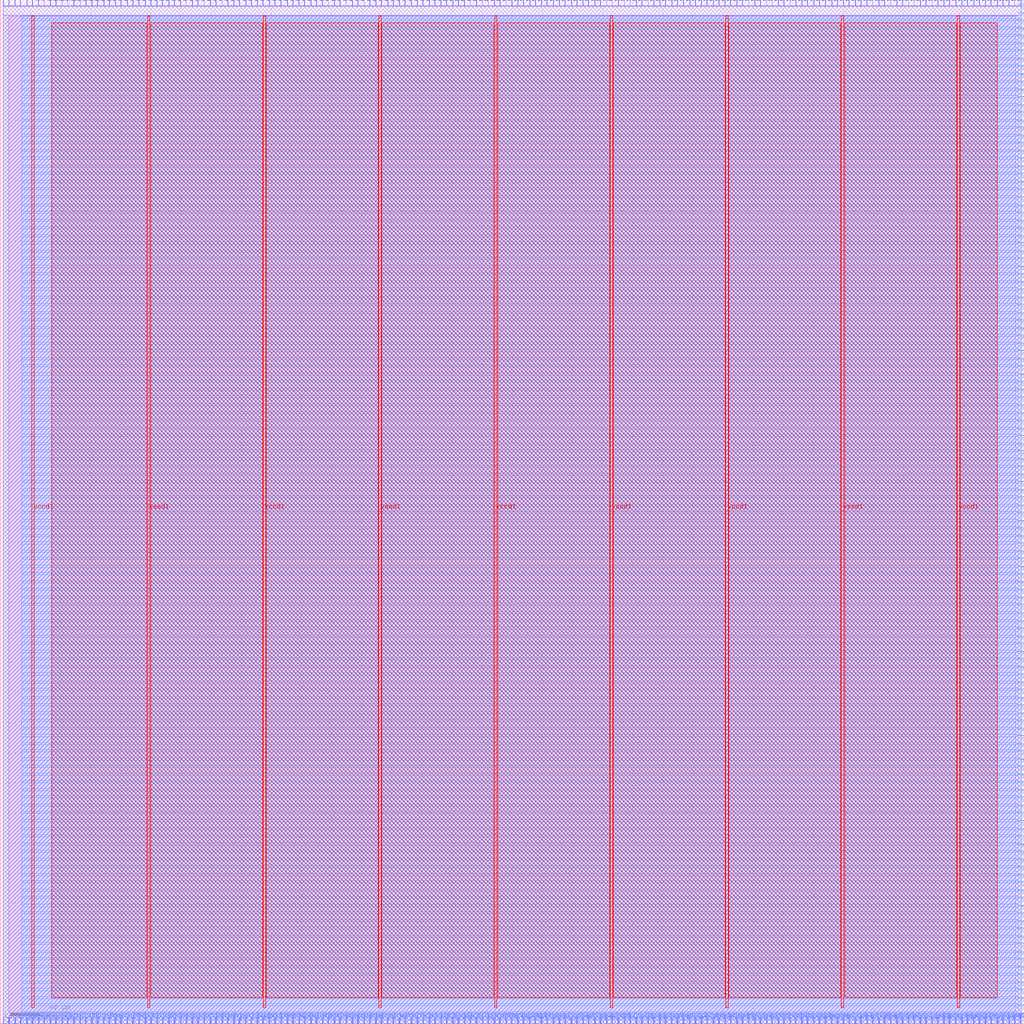
<source format=lef>
VERSION 5.7 ;
  NOWIREEXTENSIONATPIN ON ;
  DIVIDERCHAR "/" ;
  BUSBITCHARS "[]" ;
MACRO icache
  CLASS BLOCK ;
  FOREIGN icache ;
  ORIGIN 0.000 0.000 ;
  SIZE 680.000 BY 680.000 ;
  PIN clk
    DIRECTION INPUT ;
    USE SIGNAL ;
    PORT
      LAYER met3 ;
        RECT 676.000 2.080 680.000 2.680 ;
    END
  END clk
  PIN flush_in
    DIRECTION INPUT ;
    USE SIGNAL ;
    PORT
      LAYER met2 ;
        RECT 665.710 0.000 665.990 4.000 ;
    END
  END flush_in
  PIN i_in[0]
    DIRECTION INPUT ;
    USE SIGNAL ;
    PORT
      LAYER met2 ;
        RECT 1.930 0.000 2.210 4.000 ;
    END
  END i_in[0]
  PIN i_in[10]
    DIRECTION INPUT ;
    USE SIGNAL ;
    PORT
      LAYER met2 ;
        RECT 41.030 0.000 41.310 4.000 ;
    END
  END i_in[10]
  PIN i_in[11]
    DIRECTION INPUT ;
    USE SIGNAL ;
    PORT
      LAYER met2 ;
        RECT 44.710 0.000 44.990 4.000 ;
    END
  END i_in[11]
  PIN i_in[12]
    DIRECTION INPUT ;
    USE SIGNAL ;
    PORT
      LAYER met2 ;
        RECT 48.850 0.000 49.130 4.000 ;
    END
  END i_in[12]
  PIN i_in[13]
    DIRECTION INPUT ;
    USE SIGNAL ;
    PORT
      LAYER met2 ;
        RECT 52.990 0.000 53.270 4.000 ;
    END
  END i_in[13]
  PIN i_in[14]
    DIRECTION INPUT ;
    USE SIGNAL ;
    PORT
      LAYER met2 ;
        RECT 56.670 0.000 56.950 4.000 ;
    END
  END i_in[14]
  PIN i_in[15]
    DIRECTION INPUT ;
    USE SIGNAL ;
    PORT
      LAYER met2 ;
        RECT 60.810 0.000 61.090 4.000 ;
    END
  END i_in[15]
  PIN i_in[16]
    DIRECTION INPUT ;
    USE SIGNAL ;
    PORT
      LAYER met2 ;
        RECT 64.490 0.000 64.770 4.000 ;
    END
  END i_in[16]
  PIN i_in[17]
    DIRECTION INPUT ;
    USE SIGNAL ;
    PORT
      LAYER met2 ;
        RECT 68.630 0.000 68.910 4.000 ;
    END
  END i_in[17]
  PIN i_in[18]
    DIRECTION INPUT ;
    USE SIGNAL ;
    PORT
      LAYER met2 ;
        RECT 72.310 0.000 72.590 4.000 ;
    END
  END i_in[18]
  PIN i_in[19]
    DIRECTION INPUT ;
    USE SIGNAL ;
    PORT
      LAYER met2 ;
        RECT 76.450 0.000 76.730 4.000 ;
    END
  END i_in[19]
  PIN i_in[1]
    DIRECTION INPUT ;
    USE SIGNAL ;
    PORT
      LAYER met2 ;
        RECT 5.610 0.000 5.890 4.000 ;
    END
  END i_in[1]
  PIN i_in[20]
    DIRECTION INPUT ;
    USE SIGNAL ;
    PORT
      LAYER met2 ;
        RECT 80.130 0.000 80.410 4.000 ;
    END
  END i_in[20]
  PIN i_in[21]
    DIRECTION INPUT ;
    USE SIGNAL ;
    PORT
      LAYER met2 ;
        RECT 84.270 0.000 84.550 4.000 ;
    END
  END i_in[21]
  PIN i_in[22]
    DIRECTION INPUT ;
    USE SIGNAL ;
    PORT
      LAYER met2 ;
        RECT 87.950 0.000 88.230 4.000 ;
    END
  END i_in[22]
  PIN i_in[23]
    DIRECTION INPUT ;
    USE SIGNAL ;
    PORT
      LAYER met2 ;
        RECT 92.090 0.000 92.370 4.000 ;
    END
  END i_in[23]
  PIN i_in[24]
    DIRECTION INPUT ;
    USE SIGNAL ;
    PORT
      LAYER met2 ;
        RECT 96.230 0.000 96.510 4.000 ;
    END
  END i_in[24]
  PIN i_in[25]
    DIRECTION INPUT ;
    USE SIGNAL ;
    PORT
      LAYER met2 ;
        RECT 99.910 0.000 100.190 4.000 ;
    END
  END i_in[25]
  PIN i_in[26]
    DIRECTION INPUT ;
    USE SIGNAL ;
    PORT
      LAYER met2 ;
        RECT 104.050 0.000 104.330 4.000 ;
    END
  END i_in[26]
  PIN i_in[27]
    DIRECTION INPUT ;
    USE SIGNAL ;
    PORT
      LAYER met2 ;
        RECT 107.730 0.000 108.010 4.000 ;
    END
  END i_in[27]
  PIN i_in[28]
    DIRECTION INPUT ;
    USE SIGNAL ;
    PORT
      LAYER met2 ;
        RECT 111.870 0.000 112.150 4.000 ;
    END
  END i_in[28]
  PIN i_in[29]
    DIRECTION INPUT ;
    USE SIGNAL ;
    PORT
      LAYER met2 ;
        RECT 115.550 0.000 115.830 4.000 ;
    END
  END i_in[29]
  PIN i_in[2]
    DIRECTION INPUT ;
    USE SIGNAL ;
    PORT
      LAYER met2 ;
        RECT 9.750 0.000 10.030 4.000 ;
    END
  END i_in[2]
  PIN i_in[30]
    DIRECTION INPUT ;
    USE SIGNAL ;
    PORT
      LAYER met2 ;
        RECT 119.690 0.000 119.970 4.000 ;
    END
  END i_in[30]
  PIN i_in[31]
    DIRECTION INPUT ;
    USE SIGNAL ;
    PORT
      LAYER met2 ;
        RECT 123.370 0.000 123.650 4.000 ;
    END
  END i_in[31]
  PIN i_in[32]
    DIRECTION INPUT ;
    USE SIGNAL ;
    PORT
      LAYER met2 ;
        RECT 127.510 0.000 127.790 4.000 ;
    END
  END i_in[32]
  PIN i_in[33]
    DIRECTION INPUT ;
    USE SIGNAL ;
    PORT
      LAYER met2 ;
        RECT 131.190 0.000 131.470 4.000 ;
    END
  END i_in[33]
  PIN i_in[34]
    DIRECTION INPUT ;
    USE SIGNAL ;
    PORT
      LAYER met2 ;
        RECT 135.330 0.000 135.610 4.000 ;
    END
  END i_in[34]
  PIN i_in[35]
    DIRECTION INPUT ;
    USE SIGNAL ;
    PORT
      LAYER met2 ;
        RECT 139.470 0.000 139.750 4.000 ;
    END
  END i_in[35]
  PIN i_in[36]
    DIRECTION INPUT ;
    USE SIGNAL ;
    PORT
      LAYER met2 ;
        RECT 143.150 0.000 143.430 4.000 ;
    END
  END i_in[36]
  PIN i_in[37]
    DIRECTION INPUT ;
    USE SIGNAL ;
    PORT
      LAYER met2 ;
        RECT 147.290 0.000 147.570 4.000 ;
    END
  END i_in[37]
  PIN i_in[38]
    DIRECTION INPUT ;
    USE SIGNAL ;
    PORT
      LAYER met2 ;
        RECT 150.970 0.000 151.250 4.000 ;
    END
  END i_in[38]
  PIN i_in[39]
    DIRECTION INPUT ;
    USE SIGNAL ;
    PORT
      LAYER met2 ;
        RECT 155.110 0.000 155.390 4.000 ;
    END
  END i_in[39]
  PIN i_in[3]
    DIRECTION INPUT ;
    USE SIGNAL ;
    PORT
      LAYER met2 ;
        RECT 13.430 0.000 13.710 4.000 ;
    END
  END i_in[3]
  PIN i_in[40]
    DIRECTION INPUT ;
    USE SIGNAL ;
    PORT
      LAYER met2 ;
        RECT 158.790 0.000 159.070 4.000 ;
    END
  END i_in[40]
  PIN i_in[41]
    DIRECTION INPUT ;
    USE SIGNAL ;
    PORT
      LAYER met2 ;
        RECT 162.930 0.000 163.210 4.000 ;
    END
  END i_in[41]
  PIN i_in[42]
    DIRECTION INPUT ;
    USE SIGNAL ;
    PORT
      LAYER met2 ;
        RECT 166.610 0.000 166.890 4.000 ;
    END
  END i_in[42]
  PIN i_in[43]
    DIRECTION INPUT ;
    USE SIGNAL ;
    PORT
      LAYER met2 ;
        RECT 170.750 0.000 171.030 4.000 ;
    END
  END i_in[43]
  PIN i_in[44]
    DIRECTION INPUT ;
    USE SIGNAL ;
    PORT
      LAYER met2 ;
        RECT 174.430 0.000 174.710 4.000 ;
    END
  END i_in[44]
  PIN i_in[45]
    DIRECTION INPUT ;
    USE SIGNAL ;
    PORT
      LAYER met2 ;
        RECT 178.570 0.000 178.850 4.000 ;
    END
  END i_in[45]
  PIN i_in[46]
    DIRECTION INPUT ;
    USE SIGNAL ;
    PORT
      LAYER met2 ;
        RECT 182.250 0.000 182.530 4.000 ;
    END
  END i_in[46]
  PIN i_in[47]
    DIRECTION INPUT ;
    USE SIGNAL ;
    PORT
      LAYER met2 ;
        RECT 186.390 0.000 186.670 4.000 ;
    END
  END i_in[47]
  PIN i_in[48]
    DIRECTION INPUT ;
    USE SIGNAL ;
    PORT
      LAYER met2 ;
        RECT 190.530 0.000 190.810 4.000 ;
    END
  END i_in[48]
  PIN i_in[49]
    DIRECTION INPUT ;
    USE SIGNAL ;
    PORT
      LAYER met2 ;
        RECT 194.210 0.000 194.490 4.000 ;
    END
  END i_in[49]
  PIN i_in[4]
    DIRECTION INPUT ;
    USE SIGNAL ;
    PORT
      LAYER met2 ;
        RECT 17.570 0.000 17.850 4.000 ;
    END
  END i_in[4]
  PIN i_in[50]
    DIRECTION INPUT ;
    USE SIGNAL ;
    PORT
      LAYER met2 ;
        RECT 198.350 0.000 198.630 4.000 ;
    END
  END i_in[50]
  PIN i_in[51]
    DIRECTION INPUT ;
    USE SIGNAL ;
    PORT
      LAYER met2 ;
        RECT 202.030 0.000 202.310 4.000 ;
    END
  END i_in[51]
  PIN i_in[52]
    DIRECTION INPUT ;
    USE SIGNAL ;
    PORT
      LAYER met2 ;
        RECT 206.170 0.000 206.450 4.000 ;
    END
  END i_in[52]
  PIN i_in[53]
    DIRECTION INPUT ;
    USE SIGNAL ;
    PORT
      LAYER met2 ;
        RECT 209.850 0.000 210.130 4.000 ;
    END
  END i_in[53]
  PIN i_in[54]
    DIRECTION INPUT ;
    USE SIGNAL ;
    PORT
      LAYER met2 ;
        RECT 213.990 0.000 214.270 4.000 ;
    END
  END i_in[54]
  PIN i_in[55]
    DIRECTION INPUT ;
    USE SIGNAL ;
    PORT
      LAYER met2 ;
        RECT 217.670 0.000 217.950 4.000 ;
    END
  END i_in[55]
  PIN i_in[56]
    DIRECTION INPUT ;
    USE SIGNAL ;
    PORT
      LAYER met2 ;
        RECT 221.810 0.000 222.090 4.000 ;
    END
  END i_in[56]
  PIN i_in[57]
    DIRECTION INPUT ;
    USE SIGNAL ;
    PORT
      LAYER met2 ;
        RECT 225.490 0.000 225.770 4.000 ;
    END
  END i_in[57]
  PIN i_in[58]
    DIRECTION INPUT ;
    USE SIGNAL ;
    PORT
      LAYER met2 ;
        RECT 229.630 0.000 229.910 4.000 ;
    END
  END i_in[58]
  PIN i_in[59]
    DIRECTION INPUT ;
    USE SIGNAL ;
    PORT
      LAYER met2 ;
        RECT 233.770 0.000 234.050 4.000 ;
    END
  END i_in[59]
  PIN i_in[5]
    DIRECTION INPUT ;
    USE SIGNAL ;
    PORT
      LAYER met2 ;
        RECT 21.250 0.000 21.530 4.000 ;
    END
  END i_in[5]
  PIN i_in[60]
    DIRECTION INPUT ;
    USE SIGNAL ;
    PORT
      LAYER met2 ;
        RECT 237.450 0.000 237.730 4.000 ;
    END
  END i_in[60]
  PIN i_in[61]
    DIRECTION INPUT ;
    USE SIGNAL ;
    PORT
      LAYER met2 ;
        RECT 241.590 0.000 241.870 4.000 ;
    END
  END i_in[61]
  PIN i_in[62]
    DIRECTION INPUT ;
    USE SIGNAL ;
    PORT
      LAYER met2 ;
        RECT 245.270 0.000 245.550 4.000 ;
    END
  END i_in[62]
  PIN i_in[63]
    DIRECTION INPUT ;
    USE SIGNAL ;
    PORT
      LAYER met2 ;
        RECT 249.410 0.000 249.690 4.000 ;
    END
  END i_in[63]
  PIN i_in[64]
    DIRECTION INPUT ;
    USE SIGNAL ;
    PORT
      LAYER met2 ;
        RECT 253.090 0.000 253.370 4.000 ;
    END
  END i_in[64]
  PIN i_in[65]
    DIRECTION INPUT ;
    USE SIGNAL ;
    PORT
      LAYER met2 ;
        RECT 257.230 0.000 257.510 4.000 ;
    END
  END i_in[65]
  PIN i_in[66]
    DIRECTION INPUT ;
    USE SIGNAL ;
    PORT
      LAYER met2 ;
        RECT 260.910 0.000 261.190 4.000 ;
    END
  END i_in[66]
  PIN i_in[67]
    DIRECTION INPUT ;
    USE SIGNAL ;
    PORT
      LAYER met2 ;
        RECT 265.050 0.000 265.330 4.000 ;
    END
  END i_in[67]
  PIN i_in[68]
    DIRECTION INPUT ;
    USE SIGNAL ;
    PORT
      LAYER met2 ;
        RECT 268.730 0.000 269.010 4.000 ;
    END
  END i_in[68]
  PIN i_in[69]
    DIRECTION INPUT ;
    USE SIGNAL ;
    PORT
      LAYER met2 ;
        RECT 272.870 0.000 273.150 4.000 ;
    END
  END i_in[69]
  PIN i_in[6]
    DIRECTION INPUT ;
    USE SIGNAL ;
    PORT
      LAYER met2 ;
        RECT 25.390 0.000 25.670 4.000 ;
    END
  END i_in[6]
  PIN i_in[7]
    DIRECTION INPUT ;
    USE SIGNAL ;
    PORT
      LAYER met2 ;
        RECT 29.070 0.000 29.350 4.000 ;
    END
  END i_in[7]
  PIN i_in[8]
    DIRECTION INPUT ;
    USE SIGNAL ;
    PORT
      LAYER met2 ;
        RECT 33.210 0.000 33.490 4.000 ;
    END
  END i_in[8]
  PIN i_in[9]
    DIRECTION INPUT ;
    USE SIGNAL ;
    PORT
      LAYER met2 ;
        RECT 36.890 0.000 37.170 4.000 ;
    END
  END i_in[9]
  PIN i_out[0]
    DIRECTION OUTPUT TRISTATE ;
    USE SIGNAL ;
    PORT
      LAYER met2 ;
        RECT 277.010 0.000 277.290 4.000 ;
    END
  END i_out[0]
  PIN i_out[10]
    DIRECTION OUTPUT TRISTATE ;
    USE SIGNAL ;
    PORT
      LAYER met2 ;
        RECT 316.110 0.000 316.390 4.000 ;
    END
  END i_out[10]
  PIN i_out[11]
    DIRECTION OUTPUT TRISTATE ;
    USE SIGNAL ;
    PORT
      LAYER met2 ;
        RECT 320.250 0.000 320.530 4.000 ;
    END
  END i_out[11]
  PIN i_out[12]
    DIRECTION OUTPUT TRISTATE ;
    USE SIGNAL ;
    PORT
      LAYER met2 ;
        RECT 323.930 0.000 324.210 4.000 ;
    END
  END i_out[12]
  PIN i_out[13]
    DIRECTION OUTPUT TRISTATE ;
    USE SIGNAL ;
    PORT
      LAYER met2 ;
        RECT 328.070 0.000 328.350 4.000 ;
    END
  END i_out[13]
  PIN i_out[14]
    DIRECTION OUTPUT TRISTATE ;
    USE SIGNAL ;
    PORT
      LAYER met2 ;
        RECT 331.750 0.000 332.030 4.000 ;
    END
  END i_out[14]
  PIN i_out[15]
    DIRECTION OUTPUT TRISTATE ;
    USE SIGNAL ;
    PORT
      LAYER met2 ;
        RECT 335.890 0.000 336.170 4.000 ;
    END
  END i_out[15]
  PIN i_out[16]
    DIRECTION OUTPUT TRISTATE ;
    USE SIGNAL ;
    PORT
      LAYER met2 ;
        RECT 339.570 0.000 339.850 4.000 ;
    END
  END i_out[16]
  PIN i_out[17]
    DIRECTION OUTPUT TRISTATE ;
    USE SIGNAL ;
    PORT
      LAYER met2 ;
        RECT 343.710 0.000 343.990 4.000 ;
    END
  END i_out[17]
  PIN i_out[18]
    DIRECTION OUTPUT TRISTATE ;
    USE SIGNAL ;
    PORT
      LAYER met2 ;
        RECT 347.390 0.000 347.670 4.000 ;
    END
  END i_out[18]
  PIN i_out[19]
    DIRECTION OUTPUT TRISTATE ;
    USE SIGNAL ;
    PORT
      LAYER met2 ;
        RECT 351.530 0.000 351.810 4.000 ;
    END
  END i_out[19]
  PIN i_out[1]
    DIRECTION OUTPUT TRISTATE ;
    USE SIGNAL ;
    PORT
      LAYER met2 ;
        RECT 280.690 0.000 280.970 4.000 ;
    END
  END i_out[1]
  PIN i_out[20]
    DIRECTION OUTPUT TRISTATE ;
    USE SIGNAL ;
    PORT
      LAYER met2 ;
        RECT 355.210 0.000 355.490 4.000 ;
    END
  END i_out[20]
  PIN i_out[21]
    DIRECTION OUTPUT TRISTATE ;
    USE SIGNAL ;
    PORT
      LAYER met2 ;
        RECT 359.350 0.000 359.630 4.000 ;
    END
  END i_out[21]
  PIN i_out[22]
    DIRECTION OUTPUT TRISTATE ;
    USE SIGNAL ;
    PORT
      LAYER met2 ;
        RECT 363.030 0.000 363.310 4.000 ;
    END
  END i_out[22]
  PIN i_out[23]
    DIRECTION OUTPUT TRISTATE ;
    USE SIGNAL ;
    PORT
      LAYER met2 ;
        RECT 367.170 0.000 367.450 4.000 ;
    END
  END i_out[23]
  PIN i_out[24]
    DIRECTION OUTPUT TRISTATE ;
    USE SIGNAL ;
    PORT
      LAYER met2 ;
        RECT 371.310 0.000 371.590 4.000 ;
    END
  END i_out[24]
  PIN i_out[25]
    DIRECTION OUTPUT TRISTATE ;
    USE SIGNAL ;
    PORT
      LAYER met2 ;
        RECT 374.990 0.000 375.270 4.000 ;
    END
  END i_out[25]
  PIN i_out[26]
    DIRECTION OUTPUT TRISTATE ;
    USE SIGNAL ;
    PORT
      LAYER met2 ;
        RECT 379.130 0.000 379.410 4.000 ;
    END
  END i_out[26]
  PIN i_out[27]
    DIRECTION OUTPUT TRISTATE ;
    USE SIGNAL ;
    PORT
      LAYER met2 ;
        RECT 382.810 0.000 383.090 4.000 ;
    END
  END i_out[27]
  PIN i_out[28]
    DIRECTION OUTPUT TRISTATE ;
    USE SIGNAL ;
    PORT
      LAYER met2 ;
        RECT 386.950 0.000 387.230 4.000 ;
    END
  END i_out[28]
  PIN i_out[29]
    DIRECTION OUTPUT TRISTATE ;
    USE SIGNAL ;
    PORT
      LAYER met2 ;
        RECT 390.630 0.000 390.910 4.000 ;
    END
  END i_out[29]
  PIN i_out[2]
    DIRECTION OUTPUT TRISTATE ;
    USE SIGNAL ;
    PORT
      LAYER met2 ;
        RECT 284.830 0.000 285.110 4.000 ;
    END
  END i_out[2]
  PIN i_out[30]
    DIRECTION OUTPUT TRISTATE ;
    USE SIGNAL ;
    PORT
      LAYER met2 ;
        RECT 394.770 0.000 395.050 4.000 ;
    END
  END i_out[30]
  PIN i_out[31]
    DIRECTION OUTPUT TRISTATE ;
    USE SIGNAL ;
    PORT
      LAYER met2 ;
        RECT 398.450 0.000 398.730 4.000 ;
    END
  END i_out[31]
  PIN i_out[32]
    DIRECTION OUTPUT TRISTATE ;
    USE SIGNAL ;
    PORT
      LAYER met2 ;
        RECT 402.590 0.000 402.870 4.000 ;
    END
  END i_out[32]
  PIN i_out[33]
    DIRECTION OUTPUT TRISTATE ;
    USE SIGNAL ;
    PORT
      LAYER met2 ;
        RECT 406.270 0.000 406.550 4.000 ;
    END
  END i_out[33]
  PIN i_out[34]
    DIRECTION OUTPUT TRISTATE ;
    USE SIGNAL ;
    PORT
      LAYER met2 ;
        RECT 410.410 0.000 410.690 4.000 ;
    END
  END i_out[34]
  PIN i_out[35]
    DIRECTION OUTPUT TRISTATE ;
    USE SIGNAL ;
    PORT
      LAYER met2 ;
        RECT 414.550 0.000 414.830 4.000 ;
    END
  END i_out[35]
  PIN i_out[36]
    DIRECTION OUTPUT TRISTATE ;
    USE SIGNAL ;
    PORT
      LAYER met2 ;
        RECT 418.230 0.000 418.510 4.000 ;
    END
  END i_out[36]
  PIN i_out[37]
    DIRECTION OUTPUT TRISTATE ;
    USE SIGNAL ;
    PORT
      LAYER met2 ;
        RECT 422.370 0.000 422.650 4.000 ;
    END
  END i_out[37]
  PIN i_out[38]
    DIRECTION OUTPUT TRISTATE ;
    USE SIGNAL ;
    PORT
      LAYER met2 ;
        RECT 426.050 0.000 426.330 4.000 ;
    END
  END i_out[38]
  PIN i_out[39]
    DIRECTION OUTPUT TRISTATE ;
    USE SIGNAL ;
    PORT
      LAYER met2 ;
        RECT 430.190 0.000 430.470 4.000 ;
    END
  END i_out[39]
  PIN i_out[3]
    DIRECTION OUTPUT TRISTATE ;
    USE SIGNAL ;
    PORT
      LAYER met2 ;
        RECT 288.510 0.000 288.790 4.000 ;
    END
  END i_out[3]
  PIN i_out[40]
    DIRECTION OUTPUT TRISTATE ;
    USE SIGNAL ;
    PORT
      LAYER met2 ;
        RECT 433.870 0.000 434.150 4.000 ;
    END
  END i_out[40]
  PIN i_out[41]
    DIRECTION OUTPUT TRISTATE ;
    USE SIGNAL ;
    PORT
      LAYER met2 ;
        RECT 438.010 0.000 438.290 4.000 ;
    END
  END i_out[41]
  PIN i_out[42]
    DIRECTION OUTPUT TRISTATE ;
    USE SIGNAL ;
    PORT
      LAYER met2 ;
        RECT 441.690 0.000 441.970 4.000 ;
    END
  END i_out[42]
  PIN i_out[43]
    DIRECTION OUTPUT TRISTATE ;
    USE SIGNAL ;
    PORT
      LAYER met2 ;
        RECT 445.830 0.000 446.110 4.000 ;
    END
  END i_out[43]
  PIN i_out[44]
    DIRECTION OUTPUT TRISTATE ;
    USE SIGNAL ;
    PORT
      LAYER met2 ;
        RECT 449.510 0.000 449.790 4.000 ;
    END
  END i_out[44]
  PIN i_out[45]
    DIRECTION OUTPUT TRISTATE ;
    USE SIGNAL ;
    PORT
      LAYER met2 ;
        RECT 453.650 0.000 453.930 4.000 ;
    END
  END i_out[45]
  PIN i_out[46]
    DIRECTION OUTPUT TRISTATE ;
    USE SIGNAL ;
    PORT
      LAYER met2 ;
        RECT 457.790 0.000 458.070 4.000 ;
    END
  END i_out[46]
  PIN i_out[47]
    DIRECTION OUTPUT TRISTATE ;
    USE SIGNAL ;
    PORT
      LAYER met2 ;
        RECT 461.470 0.000 461.750 4.000 ;
    END
  END i_out[47]
  PIN i_out[48]
    DIRECTION OUTPUT TRISTATE ;
    USE SIGNAL ;
    PORT
      LAYER met2 ;
        RECT 465.610 0.000 465.890 4.000 ;
    END
  END i_out[48]
  PIN i_out[49]
    DIRECTION OUTPUT TRISTATE ;
    USE SIGNAL ;
    PORT
      LAYER met2 ;
        RECT 469.290 0.000 469.570 4.000 ;
    END
  END i_out[49]
  PIN i_out[4]
    DIRECTION OUTPUT TRISTATE ;
    USE SIGNAL ;
    PORT
      LAYER met2 ;
        RECT 292.650 0.000 292.930 4.000 ;
    END
  END i_out[4]
  PIN i_out[50]
    DIRECTION OUTPUT TRISTATE ;
    USE SIGNAL ;
    PORT
      LAYER met2 ;
        RECT 473.430 0.000 473.710 4.000 ;
    END
  END i_out[50]
  PIN i_out[51]
    DIRECTION OUTPUT TRISTATE ;
    USE SIGNAL ;
    PORT
      LAYER met2 ;
        RECT 477.110 0.000 477.390 4.000 ;
    END
  END i_out[51]
  PIN i_out[52]
    DIRECTION OUTPUT TRISTATE ;
    USE SIGNAL ;
    PORT
      LAYER met2 ;
        RECT 481.250 0.000 481.530 4.000 ;
    END
  END i_out[52]
  PIN i_out[53]
    DIRECTION OUTPUT TRISTATE ;
    USE SIGNAL ;
    PORT
      LAYER met2 ;
        RECT 484.930 0.000 485.210 4.000 ;
    END
  END i_out[53]
  PIN i_out[54]
    DIRECTION OUTPUT TRISTATE ;
    USE SIGNAL ;
    PORT
      LAYER met2 ;
        RECT 489.070 0.000 489.350 4.000 ;
    END
  END i_out[54]
  PIN i_out[55]
    DIRECTION OUTPUT TRISTATE ;
    USE SIGNAL ;
    PORT
      LAYER met2 ;
        RECT 492.750 0.000 493.030 4.000 ;
    END
  END i_out[55]
  PIN i_out[56]
    DIRECTION OUTPUT TRISTATE ;
    USE SIGNAL ;
    PORT
      LAYER met2 ;
        RECT 496.890 0.000 497.170 4.000 ;
    END
  END i_out[56]
  PIN i_out[57]
    DIRECTION OUTPUT TRISTATE ;
    USE SIGNAL ;
    PORT
      LAYER met2 ;
        RECT 501.030 0.000 501.310 4.000 ;
    END
  END i_out[57]
  PIN i_out[58]
    DIRECTION OUTPUT TRISTATE ;
    USE SIGNAL ;
    PORT
      LAYER met2 ;
        RECT 504.710 0.000 504.990 4.000 ;
    END
  END i_out[58]
  PIN i_out[59]
    DIRECTION OUTPUT TRISTATE ;
    USE SIGNAL ;
    PORT
      LAYER met2 ;
        RECT 508.850 0.000 509.130 4.000 ;
    END
  END i_out[59]
  PIN i_out[5]
    DIRECTION OUTPUT TRISTATE ;
    USE SIGNAL ;
    PORT
      LAYER met2 ;
        RECT 296.330 0.000 296.610 4.000 ;
    END
  END i_out[5]
  PIN i_out[60]
    DIRECTION OUTPUT TRISTATE ;
    USE SIGNAL ;
    PORT
      LAYER met2 ;
        RECT 512.530 0.000 512.810 4.000 ;
    END
  END i_out[60]
  PIN i_out[61]
    DIRECTION OUTPUT TRISTATE ;
    USE SIGNAL ;
    PORT
      LAYER met2 ;
        RECT 516.670 0.000 516.950 4.000 ;
    END
  END i_out[61]
  PIN i_out[62]
    DIRECTION OUTPUT TRISTATE ;
    USE SIGNAL ;
    PORT
      LAYER met2 ;
        RECT 520.350 0.000 520.630 4.000 ;
    END
  END i_out[62]
  PIN i_out[63]
    DIRECTION OUTPUT TRISTATE ;
    USE SIGNAL ;
    PORT
      LAYER met2 ;
        RECT 524.490 0.000 524.770 4.000 ;
    END
  END i_out[63]
  PIN i_out[64]
    DIRECTION OUTPUT TRISTATE ;
    USE SIGNAL ;
    PORT
      LAYER met2 ;
        RECT 528.170 0.000 528.450 4.000 ;
    END
  END i_out[64]
  PIN i_out[65]
    DIRECTION OUTPUT TRISTATE ;
    USE SIGNAL ;
    PORT
      LAYER met2 ;
        RECT 532.310 0.000 532.590 4.000 ;
    END
  END i_out[65]
  PIN i_out[66]
    DIRECTION OUTPUT TRISTATE ;
    USE SIGNAL ;
    PORT
      LAYER met2 ;
        RECT 535.990 0.000 536.270 4.000 ;
    END
  END i_out[66]
  PIN i_out[67]
    DIRECTION OUTPUT TRISTATE ;
    USE SIGNAL ;
    PORT
      LAYER met2 ;
        RECT 540.130 0.000 540.410 4.000 ;
    END
  END i_out[67]
  PIN i_out[68]
    DIRECTION OUTPUT TRISTATE ;
    USE SIGNAL ;
    PORT
      LAYER met2 ;
        RECT 543.810 0.000 544.090 4.000 ;
    END
  END i_out[68]
  PIN i_out[69]
    DIRECTION OUTPUT TRISTATE ;
    USE SIGNAL ;
    PORT
      LAYER met2 ;
        RECT 547.950 0.000 548.230 4.000 ;
    END
  END i_out[69]
  PIN i_out[6]
    DIRECTION OUTPUT TRISTATE ;
    USE SIGNAL ;
    PORT
      LAYER met2 ;
        RECT 300.470 0.000 300.750 4.000 ;
    END
  END i_out[6]
  PIN i_out[70]
    DIRECTION OUTPUT TRISTATE ;
    USE SIGNAL ;
    PORT
      LAYER met2 ;
        RECT 552.090 0.000 552.370 4.000 ;
    END
  END i_out[70]
  PIN i_out[71]
    DIRECTION OUTPUT TRISTATE ;
    USE SIGNAL ;
    PORT
      LAYER met2 ;
        RECT 555.770 0.000 556.050 4.000 ;
    END
  END i_out[71]
  PIN i_out[72]
    DIRECTION OUTPUT TRISTATE ;
    USE SIGNAL ;
    PORT
      LAYER met2 ;
        RECT 559.910 0.000 560.190 4.000 ;
    END
  END i_out[72]
  PIN i_out[73]
    DIRECTION OUTPUT TRISTATE ;
    USE SIGNAL ;
    PORT
      LAYER met2 ;
        RECT 563.590 0.000 563.870 4.000 ;
    END
  END i_out[73]
  PIN i_out[74]
    DIRECTION OUTPUT TRISTATE ;
    USE SIGNAL ;
    PORT
      LAYER met2 ;
        RECT 567.730 0.000 568.010 4.000 ;
    END
  END i_out[74]
  PIN i_out[75]
    DIRECTION OUTPUT TRISTATE ;
    USE SIGNAL ;
    PORT
      LAYER met2 ;
        RECT 571.410 0.000 571.690 4.000 ;
    END
  END i_out[75]
  PIN i_out[76]
    DIRECTION OUTPUT TRISTATE ;
    USE SIGNAL ;
    PORT
      LAYER met2 ;
        RECT 575.550 0.000 575.830 4.000 ;
    END
  END i_out[76]
  PIN i_out[77]
    DIRECTION OUTPUT TRISTATE ;
    USE SIGNAL ;
    PORT
      LAYER met2 ;
        RECT 579.230 0.000 579.510 4.000 ;
    END
  END i_out[77]
  PIN i_out[78]
    DIRECTION OUTPUT TRISTATE ;
    USE SIGNAL ;
    PORT
      LAYER met2 ;
        RECT 583.370 0.000 583.650 4.000 ;
    END
  END i_out[78]
  PIN i_out[79]
    DIRECTION OUTPUT TRISTATE ;
    USE SIGNAL ;
    PORT
      LAYER met2 ;
        RECT 587.050 0.000 587.330 4.000 ;
    END
  END i_out[79]
  PIN i_out[7]
    DIRECTION OUTPUT TRISTATE ;
    USE SIGNAL ;
    PORT
      LAYER met2 ;
        RECT 304.150 0.000 304.430 4.000 ;
    END
  END i_out[7]
  PIN i_out[80]
    DIRECTION OUTPUT TRISTATE ;
    USE SIGNAL ;
    PORT
      LAYER met2 ;
        RECT 591.190 0.000 591.470 4.000 ;
    END
  END i_out[80]
  PIN i_out[81]
    DIRECTION OUTPUT TRISTATE ;
    USE SIGNAL ;
    PORT
      LAYER met2 ;
        RECT 595.330 0.000 595.610 4.000 ;
    END
  END i_out[81]
  PIN i_out[82]
    DIRECTION OUTPUT TRISTATE ;
    USE SIGNAL ;
    PORT
      LAYER met2 ;
        RECT 599.010 0.000 599.290 4.000 ;
    END
  END i_out[82]
  PIN i_out[83]
    DIRECTION OUTPUT TRISTATE ;
    USE SIGNAL ;
    PORT
      LAYER met2 ;
        RECT 603.150 0.000 603.430 4.000 ;
    END
  END i_out[83]
  PIN i_out[84]
    DIRECTION OUTPUT TRISTATE ;
    USE SIGNAL ;
    PORT
      LAYER met2 ;
        RECT 606.830 0.000 607.110 4.000 ;
    END
  END i_out[84]
  PIN i_out[85]
    DIRECTION OUTPUT TRISTATE ;
    USE SIGNAL ;
    PORT
      LAYER met2 ;
        RECT 610.970 0.000 611.250 4.000 ;
    END
  END i_out[85]
  PIN i_out[86]
    DIRECTION OUTPUT TRISTATE ;
    USE SIGNAL ;
    PORT
      LAYER met2 ;
        RECT 614.650 0.000 614.930 4.000 ;
    END
  END i_out[86]
  PIN i_out[87]
    DIRECTION OUTPUT TRISTATE ;
    USE SIGNAL ;
    PORT
      LAYER met2 ;
        RECT 618.790 0.000 619.070 4.000 ;
    END
  END i_out[87]
  PIN i_out[88]
    DIRECTION OUTPUT TRISTATE ;
    USE SIGNAL ;
    PORT
      LAYER met2 ;
        RECT 622.470 0.000 622.750 4.000 ;
    END
  END i_out[88]
  PIN i_out[89]
    DIRECTION OUTPUT TRISTATE ;
    USE SIGNAL ;
    PORT
      LAYER met2 ;
        RECT 626.610 0.000 626.890 4.000 ;
    END
  END i_out[89]
  PIN i_out[8]
    DIRECTION OUTPUT TRISTATE ;
    USE SIGNAL ;
    PORT
      LAYER met2 ;
        RECT 308.290 0.000 308.570 4.000 ;
    END
  END i_out[8]
  PIN i_out[90]
    DIRECTION OUTPUT TRISTATE ;
    USE SIGNAL ;
    PORT
      LAYER met2 ;
        RECT 630.290 0.000 630.570 4.000 ;
    END
  END i_out[90]
  PIN i_out[91]
    DIRECTION OUTPUT TRISTATE ;
    USE SIGNAL ;
    PORT
      LAYER met2 ;
        RECT 634.430 0.000 634.710 4.000 ;
    END
  END i_out[91]
  PIN i_out[92]
    DIRECTION OUTPUT TRISTATE ;
    USE SIGNAL ;
    PORT
      LAYER met2 ;
        RECT 638.570 0.000 638.850 4.000 ;
    END
  END i_out[92]
  PIN i_out[93]
    DIRECTION OUTPUT TRISTATE ;
    USE SIGNAL ;
    PORT
      LAYER met2 ;
        RECT 642.250 0.000 642.530 4.000 ;
    END
  END i_out[93]
  PIN i_out[94]
    DIRECTION OUTPUT TRISTATE ;
    USE SIGNAL ;
    PORT
      LAYER met2 ;
        RECT 646.390 0.000 646.670 4.000 ;
    END
  END i_out[94]
  PIN i_out[95]
    DIRECTION OUTPUT TRISTATE ;
    USE SIGNAL ;
    PORT
      LAYER met2 ;
        RECT 650.070 0.000 650.350 4.000 ;
    END
  END i_out[95]
  PIN i_out[96]
    DIRECTION OUTPUT TRISTATE ;
    USE SIGNAL ;
    PORT
      LAYER met2 ;
        RECT 654.210 0.000 654.490 4.000 ;
    END
  END i_out[96]
  PIN i_out[97]
    DIRECTION OUTPUT TRISTATE ;
    USE SIGNAL ;
    PORT
      LAYER met2 ;
        RECT 657.890 0.000 658.170 4.000 ;
    END
  END i_out[97]
  PIN i_out[98]
    DIRECTION OUTPUT TRISTATE ;
    USE SIGNAL ;
    PORT
      LAYER met2 ;
        RECT 662.030 0.000 662.310 4.000 ;
    END
  END i_out[98]
  PIN i_out[9]
    DIRECTION OUTPUT TRISTATE ;
    USE SIGNAL ;
    PORT
      LAYER met2 ;
        RECT 311.970 0.000 312.250 4.000 ;
    END
  END i_out[9]
  PIN inval_in
    DIRECTION INPUT ;
    USE SIGNAL ;
    PORT
      LAYER met2 ;
        RECT 669.850 0.000 670.130 4.000 ;
    END
  END inval_in
  PIN m_in[0]
    DIRECTION INPUT ;
    USE SIGNAL ;
    PORT
      LAYER met3 ;
        RECT 676.000 12.280 680.000 12.880 ;
    END
  END m_in[0]
  PIN m_in[100]
    DIRECTION INPUT ;
    USE SIGNAL ;
    PORT
      LAYER met3 ;
        RECT 676.000 522.960 680.000 523.560 ;
    END
  END m_in[100]
  PIN m_in[101]
    DIRECTION INPUT ;
    USE SIGNAL ;
    PORT
      LAYER met3 ;
        RECT 676.000 528.400 680.000 529.000 ;
    END
  END m_in[101]
  PIN m_in[102]
    DIRECTION INPUT ;
    USE SIGNAL ;
    PORT
      LAYER met3 ;
        RECT 676.000 533.160 680.000 533.760 ;
    END
  END m_in[102]
  PIN m_in[103]
    DIRECTION INPUT ;
    USE SIGNAL ;
    PORT
      LAYER met3 ;
        RECT 676.000 538.600 680.000 539.200 ;
    END
  END m_in[103]
  PIN m_in[104]
    DIRECTION INPUT ;
    USE SIGNAL ;
    PORT
      LAYER met3 ;
        RECT 676.000 543.360 680.000 543.960 ;
    END
  END m_in[104]
  PIN m_in[105]
    DIRECTION INPUT ;
    USE SIGNAL ;
    PORT
      LAYER met3 ;
        RECT 676.000 548.800 680.000 549.400 ;
    END
  END m_in[105]
  PIN m_in[106]
    DIRECTION INPUT ;
    USE SIGNAL ;
    PORT
      LAYER met3 ;
        RECT 676.000 554.240 680.000 554.840 ;
    END
  END m_in[106]
  PIN m_in[107]
    DIRECTION INPUT ;
    USE SIGNAL ;
    PORT
      LAYER met3 ;
        RECT 676.000 559.000 680.000 559.600 ;
    END
  END m_in[107]
  PIN m_in[108]
    DIRECTION INPUT ;
    USE SIGNAL ;
    PORT
      LAYER met3 ;
        RECT 676.000 564.440 680.000 565.040 ;
    END
  END m_in[108]
  PIN m_in[109]
    DIRECTION INPUT ;
    USE SIGNAL ;
    PORT
      LAYER met3 ;
        RECT 676.000 569.200 680.000 569.800 ;
    END
  END m_in[109]
  PIN m_in[10]
    DIRECTION INPUT ;
    USE SIGNAL ;
    PORT
      LAYER met3 ;
        RECT 676.000 63.280 680.000 63.880 ;
    END
  END m_in[10]
  PIN m_in[110]
    DIRECTION INPUT ;
    USE SIGNAL ;
    PORT
      LAYER met3 ;
        RECT 676.000 574.640 680.000 575.240 ;
    END
  END m_in[110]
  PIN m_in[111]
    DIRECTION INPUT ;
    USE SIGNAL ;
    PORT
      LAYER met3 ;
        RECT 676.000 579.400 680.000 580.000 ;
    END
  END m_in[111]
  PIN m_in[112]
    DIRECTION INPUT ;
    USE SIGNAL ;
    PORT
      LAYER met3 ;
        RECT 676.000 584.840 680.000 585.440 ;
    END
  END m_in[112]
  PIN m_in[113]
    DIRECTION INPUT ;
    USE SIGNAL ;
    PORT
      LAYER met3 ;
        RECT 676.000 589.600 680.000 590.200 ;
    END
  END m_in[113]
  PIN m_in[114]
    DIRECTION INPUT ;
    USE SIGNAL ;
    PORT
      LAYER met3 ;
        RECT 676.000 595.040 680.000 595.640 ;
    END
  END m_in[114]
  PIN m_in[115]
    DIRECTION INPUT ;
    USE SIGNAL ;
    PORT
      LAYER met3 ;
        RECT 676.000 599.800 680.000 600.400 ;
    END
  END m_in[115]
  PIN m_in[116]
    DIRECTION INPUT ;
    USE SIGNAL ;
    PORT
      LAYER met3 ;
        RECT 676.000 605.240 680.000 605.840 ;
    END
  END m_in[116]
  PIN m_in[117]
    DIRECTION INPUT ;
    USE SIGNAL ;
    PORT
      LAYER met3 ;
        RECT 676.000 610.000 680.000 610.600 ;
    END
  END m_in[117]
  PIN m_in[118]
    DIRECTION INPUT ;
    USE SIGNAL ;
    PORT
      LAYER met3 ;
        RECT 676.000 615.440 680.000 616.040 ;
    END
  END m_in[118]
  PIN m_in[119]
    DIRECTION INPUT ;
    USE SIGNAL ;
    PORT
      LAYER met3 ;
        RECT 676.000 620.200 680.000 620.800 ;
    END
  END m_in[119]
  PIN m_in[11]
    DIRECTION INPUT ;
    USE SIGNAL ;
    PORT
      LAYER met3 ;
        RECT 676.000 68.040 680.000 68.640 ;
    END
  END m_in[11]
  PIN m_in[120]
    DIRECTION INPUT ;
    USE SIGNAL ;
    PORT
      LAYER met3 ;
        RECT 676.000 625.640 680.000 626.240 ;
    END
  END m_in[120]
  PIN m_in[121]
    DIRECTION INPUT ;
    USE SIGNAL ;
    PORT
      LAYER met3 ;
        RECT 676.000 630.400 680.000 631.000 ;
    END
  END m_in[121]
  PIN m_in[122]
    DIRECTION INPUT ;
    USE SIGNAL ;
    PORT
      LAYER met3 ;
        RECT 676.000 635.840 680.000 636.440 ;
    END
  END m_in[122]
  PIN m_in[123]
    DIRECTION INPUT ;
    USE SIGNAL ;
    PORT
      LAYER met3 ;
        RECT 676.000 640.600 680.000 641.200 ;
    END
  END m_in[123]
  PIN m_in[124]
    DIRECTION INPUT ;
    USE SIGNAL ;
    PORT
      LAYER met3 ;
        RECT 676.000 646.040 680.000 646.640 ;
    END
  END m_in[124]
  PIN m_in[125]
    DIRECTION INPUT ;
    USE SIGNAL ;
    PORT
      LAYER met3 ;
        RECT 676.000 650.800 680.000 651.400 ;
    END
  END m_in[125]
  PIN m_in[126]
    DIRECTION INPUT ;
    USE SIGNAL ;
    PORT
      LAYER met3 ;
        RECT 676.000 656.240 680.000 656.840 ;
    END
  END m_in[126]
  PIN m_in[127]
    DIRECTION INPUT ;
    USE SIGNAL ;
    PORT
      LAYER met3 ;
        RECT 676.000 661.000 680.000 661.600 ;
    END
  END m_in[127]
  PIN m_in[128]
    DIRECTION INPUT ;
    USE SIGNAL ;
    PORT
      LAYER met3 ;
        RECT 676.000 666.440 680.000 667.040 ;
    END
  END m_in[128]
  PIN m_in[129]
    DIRECTION INPUT ;
    USE SIGNAL ;
    PORT
      LAYER met3 ;
        RECT 676.000 671.200 680.000 671.800 ;
    END
  END m_in[129]
  PIN m_in[12]
    DIRECTION INPUT ;
    USE SIGNAL ;
    PORT
      LAYER met3 ;
        RECT 676.000 73.480 680.000 74.080 ;
    END
  END m_in[12]
  PIN m_in[130]
    DIRECTION INPUT ;
    USE SIGNAL ;
    PORT
      LAYER met3 ;
        RECT 676.000 676.640 680.000 677.240 ;
    END
  END m_in[130]
  PIN m_in[13]
    DIRECTION INPUT ;
    USE SIGNAL ;
    PORT
      LAYER met3 ;
        RECT 676.000 78.240 680.000 78.840 ;
    END
  END m_in[13]
  PIN m_in[14]
    DIRECTION INPUT ;
    USE SIGNAL ;
    PORT
      LAYER met3 ;
        RECT 676.000 83.680 680.000 84.280 ;
    END
  END m_in[14]
  PIN m_in[15]
    DIRECTION INPUT ;
    USE SIGNAL ;
    PORT
      LAYER met3 ;
        RECT 676.000 88.440 680.000 89.040 ;
    END
  END m_in[15]
  PIN m_in[16]
    DIRECTION INPUT ;
    USE SIGNAL ;
    PORT
      LAYER met3 ;
        RECT 676.000 93.880 680.000 94.480 ;
    END
  END m_in[16]
  PIN m_in[17]
    DIRECTION INPUT ;
    USE SIGNAL ;
    PORT
      LAYER met3 ;
        RECT 676.000 98.640 680.000 99.240 ;
    END
  END m_in[17]
  PIN m_in[18]
    DIRECTION INPUT ;
    USE SIGNAL ;
    PORT
      LAYER met3 ;
        RECT 676.000 104.080 680.000 104.680 ;
    END
  END m_in[18]
  PIN m_in[19]
    DIRECTION INPUT ;
    USE SIGNAL ;
    PORT
      LAYER met3 ;
        RECT 676.000 108.840 680.000 109.440 ;
    END
  END m_in[19]
  PIN m_in[1]
    DIRECTION INPUT ;
    USE SIGNAL ;
    PORT
      LAYER met3 ;
        RECT 676.000 17.040 680.000 17.640 ;
    END
  END m_in[1]
  PIN m_in[20]
    DIRECTION INPUT ;
    USE SIGNAL ;
    PORT
      LAYER met3 ;
        RECT 676.000 114.280 680.000 114.880 ;
    END
  END m_in[20]
  PIN m_in[21]
    DIRECTION INPUT ;
    USE SIGNAL ;
    PORT
      LAYER met3 ;
        RECT 676.000 119.040 680.000 119.640 ;
    END
  END m_in[21]
  PIN m_in[22]
    DIRECTION INPUT ;
    USE SIGNAL ;
    PORT
      LAYER met3 ;
        RECT 676.000 124.480 680.000 125.080 ;
    END
  END m_in[22]
  PIN m_in[23]
    DIRECTION INPUT ;
    USE SIGNAL ;
    PORT
      LAYER met3 ;
        RECT 676.000 129.240 680.000 129.840 ;
    END
  END m_in[23]
  PIN m_in[24]
    DIRECTION INPUT ;
    USE SIGNAL ;
    PORT
      LAYER met3 ;
        RECT 676.000 134.680 680.000 135.280 ;
    END
  END m_in[24]
  PIN m_in[25]
    DIRECTION INPUT ;
    USE SIGNAL ;
    PORT
      LAYER met3 ;
        RECT 676.000 140.120 680.000 140.720 ;
    END
  END m_in[25]
  PIN m_in[26]
    DIRECTION INPUT ;
    USE SIGNAL ;
    PORT
      LAYER met3 ;
        RECT 676.000 144.880 680.000 145.480 ;
    END
  END m_in[26]
  PIN m_in[27]
    DIRECTION INPUT ;
    USE SIGNAL ;
    PORT
      LAYER met3 ;
        RECT 676.000 150.320 680.000 150.920 ;
    END
  END m_in[27]
  PIN m_in[28]
    DIRECTION INPUT ;
    USE SIGNAL ;
    PORT
      LAYER met3 ;
        RECT 676.000 155.080 680.000 155.680 ;
    END
  END m_in[28]
  PIN m_in[29]
    DIRECTION INPUT ;
    USE SIGNAL ;
    PORT
      LAYER met3 ;
        RECT 676.000 160.520 680.000 161.120 ;
    END
  END m_in[29]
  PIN m_in[2]
    DIRECTION INPUT ;
    USE SIGNAL ;
    PORT
      LAYER met3 ;
        RECT 676.000 22.480 680.000 23.080 ;
    END
  END m_in[2]
  PIN m_in[30]
    DIRECTION INPUT ;
    USE SIGNAL ;
    PORT
      LAYER met3 ;
        RECT 676.000 165.280 680.000 165.880 ;
    END
  END m_in[30]
  PIN m_in[31]
    DIRECTION INPUT ;
    USE SIGNAL ;
    PORT
      LAYER met3 ;
        RECT 676.000 170.720 680.000 171.320 ;
    END
  END m_in[31]
  PIN m_in[32]
    DIRECTION INPUT ;
    USE SIGNAL ;
    PORT
      LAYER met3 ;
        RECT 676.000 175.480 680.000 176.080 ;
    END
  END m_in[32]
  PIN m_in[33]
    DIRECTION INPUT ;
    USE SIGNAL ;
    PORT
      LAYER met3 ;
        RECT 676.000 180.920 680.000 181.520 ;
    END
  END m_in[33]
  PIN m_in[34]
    DIRECTION INPUT ;
    USE SIGNAL ;
    PORT
      LAYER met3 ;
        RECT 676.000 185.680 680.000 186.280 ;
    END
  END m_in[34]
  PIN m_in[35]
    DIRECTION INPUT ;
    USE SIGNAL ;
    PORT
      LAYER met3 ;
        RECT 676.000 191.120 680.000 191.720 ;
    END
  END m_in[35]
  PIN m_in[36]
    DIRECTION INPUT ;
    USE SIGNAL ;
    PORT
      LAYER met3 ;
        RECT 676.000 195.880 680.000 196.480 ;
    END
  END m_in[36]
  PIN m_in[37]
    DIRECTION INPUT ;
    USE SIGNAL ;
    PORT
      LAYER met3 ;
        RECT 676.000 201.320 680.000 201.920 ;
    END
  END m_in[37]
  PIN m_in[38]
    DIRECTION INPUT ;
    USE SIGNAL ;
    PORT
      LAYER met3 ;
        RECT 676.000 206.080 680.000 206.680 ;
    END
  END m_in[38]
  PIN m_in[39]
    DIRECTION INPUT ;
    USE SIGNAL ;
    PORT
      LAYER met3 ;
        RECT 676.000 211.520 680.000 212.120 ;
    END
  END m_in[39]
  PIN m_in[3]
    DIRECTION INPUT ;
    USE SIGNAL ;
    PORT
      LAYER met3 ;
        RECT 676.000 27.240 680.000 27.840 ;
    END
  END m_in[3]
  PIN m_in[40]
    DIRECTION INPUT ;
    USE SIGNAL ;
    PORT
      LAYER met3 ;
        RECT 676.000 216.280 680.000 216.880 ;
    END
  END m_in[40]
  PIN m_in[41]
    DIRECTION INPUT ;
    USE SIGNAL ;
    PORT
      LAYER met3 ;
        RECT 676.000 221.720 680.000 222.320 ;
    END
  END m_in[41]
  PIN m_in[42]
    DIRECTION INPUT ;
    USE SIGNAL ;
    PORT
      LAYER met3 ;
        RECT 676.000 226.480 680.000 227.080 ;
    END
  END m_in[42]
  PIN m_in[43]
    DIRECTION INPUT ;
    USE SIGNAL ;
    PORT
      LAYER met3 ;
        RECT 676.000 231.920 680.000 232.520 ;
    END
  END m_in[43]
  PIN m_in[44]
    DIRECTION INPUT ;
    USE SIGNAL ;
    PORT
      LAYER met3 ;
        RECT 676.000 236.680 680.000 237.280 ;
    END
  END m_in[44]
  PIN m_in[45]
    DIRECTION INPUT ;
    USE SIGNAL ;
    PORT
      LAYER met3 ;
        RECT 676.000 242.120 680.000 242.720 ;
    END
  END m_in[45]
  PIN m_in[46]
    DIRECTION INPUT ;
    USE SIGNAL ;
    PORT
      LAYER met3 ;
        RECT 676.000 246.880 680.000 247.480 ;
    END
  END m_in[46]
  PIN m_in[47]
    DIRECTION INPUT ;
    USE SIGNAL ;
    PORT
      LAYER met3 ;
        RECT 676.000 252.320 680.000 252.920 ;
    END
  END m_in[47]
  PIN m_in[48]
    DIRECTION INPUT ;
    USE SIGNAL ;
    PORT
      LAYER met3 ;
        RECT 676.000 257.080 680.000 257.680 ;
    END
  END m_in[48]
  PIN m_in[49]
    DIRECTION INPUT ;
    USE SIGNAL ;
    PORT
      LAYER met3 ;
        RECT 676.000 262.520 680.000 263.120 ;
    END
  END m_in[49]
  PIN m_in[4]
    DIRECTION INPUT ;
    USE SIGNAL ;
    PORT
      LAYER met3 ;
        RECT 676.000 32.680 680.000 33.280 ;
    END
  END m_in[4]
  PIN m_in[50]
    DIRECTION INPUT ;
    USE SIGNAL ;
    PORT
      LAYER met3 ;
        RECT 676.000 267.280 680.000 267.880 ;
    END
  END m_in[50]
  PIN m_in[51]
    DIRECTION INPUT ;
    USE SIGNAL ;
    PORT
      LAYER met3 ;
        RECT 676.000 272.720 680.000 273.320 ;
    END
  END m_in[51]
  PIN m_in[52]
    DIRECTION INPUT ;
    USE SIGNAL ;
    PORT
      LAYER met3 ;
        RECT 676.000 278.160 680.000 278.760 ;
    END
  END m_in[52]
  PIN m_in[53]
    DIRECTION INPUT ;
    USE SIGNAL ;
    PORT
      LAYER met3 ;
        RECT 676.000 282.920 680.000 283.520 ;
    END
  END m_in[53]
  PIN m_in[54]
    DIRECTION INPUT ;
    USE SIGNAL ;
    PORT
      LAYER met3 ;
        RECT 676.000 288.360 680.000 288.960 ;
    END
  END m_in[54]
  PIN m_in[55]
    DIRECTION INPUT ;
    USE SIGNAL ;
    PORT
      LAYER met3 ;
        RECT 676.000 293.120 680.000 293.720 ;
    END
  END m_in[55]
  PIN m_in[56]
    DIRECTION INPUT ;
    USE SIGNAL ;
    PORT
      LAYER met3 ;
        RECT 676.000 298.560 680.000 299.160 ;
    END
  END m_in[56]
  PIN m_in[57]
    DIRECTION INPUT ;
    USE SIGNAL ;
    PORT
      LAYER met3 ;
        RECT 676.000 303.320 680.000 303.920 ;
    END
  END m_in[57]
  PIN m_in[58]
    DIRECTION INPUT ;
    USE SIGNAL ;
    PORT
      LAYER met3 ;
        RECT 676.000 308.760 680.000 309.360 ;
    END
  END m_in[58]
  PIN m_in[59]
    DIRECTION INPUT ;
    USE SIGNAL ;
    PORT
      LAYER met3 ;
        RECT 676.000 313.520 680.000 314.120 ;
    END
  END m_in[59]
  PIN m_in[5]
    DIRECTION INPUT ;
    USE SIGNAL ;
    PORT
      LAYER met3 ;
        RECT 676.000 37.440 680.000 38.040 ;
    END
  END m_in[5]
  PIN m_in[60]
    DIRECTION INPUT ;
    USE SIGNAL ;
    PORT
      LAYER met3 ;
        RECT 676.000 318.960 680.000 319.560 ;
    END
  END m_in[60]
  PIN m_in[61]
    DIRECTION INPUT ;
    USE SIGNAL ;
    PORT
      LAYER met3 ;
        RECT 676.000 323.720 680.000 324.320 ;
    END
  END m_in[61]
  PIN m_in[62]
    DIRECTION INPUT ;
    USE SIGNAL ;
    PORT
      LAYER met3 ;
        RECT 676.000 329.160 680.000 329.760 ;
    END
  END m_in[62]
  PIN m_in[63]
    DIRECTION INPUT ;
    USE SIGNAL ;
    PORT
      LAYER met3 ;
        RECT 676.000 333.920 680.000 334.520 ;
    END
  END m_in[63]
  PIN m_in[64]
    DIRECTION INPUT ;
    USE SIGNAL ;
    PORT
      LAYER met3 ;
        RECT 676.000 339.360 680.000 339.960 ;
    END
  END m_in[64]
  PIN m_in[65]
    DIRECTION INPUT ;
    USE SIGNAL ;
    PORT
      LAYER met3 ;
        RECT 676.000 344.120 680.000 344.720 ;
    END
  END m_in[65]
  PIN m_in[66]
    DIRECTION INPUT ;
    USE SIGNAL ;
    PORT
      LAYER met3 ;
        RECT 676.000 349.560 680.000 350.160 ;
    END
  END m_in[66]
  PIN m_in[67]
    DIRECTION INPUT ;
    USE SIGNAL ;
    PORT
      LAYER met3 ;
        RECT 676.000 354.320 680.000 354.920 ;
    END
  END m_in[67]
  PIN m_in[68]
    DIRECTION INPUT ;
    USE SIGNAL ;
    PORT
      LAYER met3 ;
        RECT 676.000 359.760 680.000 360.360 ;
    END
  END m_in[68]
  PIN m_in[69]
    DIRECTION INPUT ;
    USE SIGNAL ;
    PORT
      LAYER met3 ;
        RECT 676.000 364.520 680.000 365.120 ;
    END
  END m_in[69]
  PIN m_in[6]
    DIRECTION INPUT ;
    USE SIGNAL ;
    PORT
      LAYER met3 ;
        RECT 676.000 42.880 680.000 43.480 ;
    END
  END m_in[6]
  PIN m_in[70]
    DIRECTION INPUT ;
    USE SIGNAL ;
    PORT
      LAYER met3 ;
        RECT 676.000 369.960 680.000 370.560 ;
    END
  END m_in[70]
  PIN m_in[71]
    DIRECTION INPUT ;
    USE SIGNAL ;
    PORT
      LAYER met3 ;
        RECT 676.000 374.720 680.000 375.320 ;
    END
  END m_in[71]
  PIN m_in[72]
    DIRECTION INPUT ;
    USE SIGNAL ;
    PORT
      LAYER met3 ;
        RECT 676.000 380.160 680.000 380.760 ;
    END
  END m_in[72]
  PIN m_in[73]
    DIRECTION INPUT ;
    USE SIGNAL ;
    PORT
      LAYER met3 ;
        RECT 676.000 384.920 680.000 385.520 ;
    END
  END m_in[73]
  PIN m_in[74]
    DIRECTION INPUT ;
    USE SIGNAL ;
    PORT
      LAYER met3 ;
        RECT 676.000 390.360 680.000 390.960 ;
    END
  END m_in[74]
  PIN m_in[75]
    DIRECTION INPUT ;
    USE SIGNAL ;
    PORT
      LAYER met3 ;
        RECT 676.000 395.120 680.000 395.720 ;
    END
  END m_in[75]
  PIN m_in[76]
    DIRECTION INPUT ;
    USE SIGNAL ;
    PORT
      LAYER met3 ;
        RECT 676.000 400.560 680.000 401.160 ;
    END
  END m_in[76]
  PIN m_in[77]
    DIRECTION INPUT ;
    USE SIGNAL ;
    PORT
      LAYER met3 ;
        RECT 676.000 405.320 680.000 405.920 ;
    END
  END m_in[77]
  PIN m_in[78]
    DIRECTION INPUT ;
    USE SIGNAL ;
    PORT
      LAYER met3 ;
        RECT 676.000 410.760 680.000 411.360 ;
    END
  END m_in[78]
  PIN m_in[79]
    DIRECTION INPUT ;
    USE SIGNAL ;
    PORT
      LAYER met3 ;
        RECT 676.000 416.200 680.000 416.800 ;
    END
  END m_in[79]
  PIN m_in[7]
    DIRECTION INPUT ;
    USE SIGNAL ;
    PORT
      LAYER met3 ;
        RECT 676.000 47.640 680.000 48.240 ;
    END
  END m_in[7]
  PIN m_in[80]
    DIRECTION INPUT ;
    USE SIGNAL ;
    PORT
      LAYER met3 ;
        RECT 676.000 420.960 680.000 421.560 ;
    END
  END m_in[80]
  PIN m_in[81]
    DIRECTION INPUT ;
    USE SIGNAL ;
    PORT
      LAYER met3 ;
        RECT 676.000 426.400 680.000 427.000 ;
    END
  END m_in[81]
  PIN m_in[82]
    DIRECTION INPUT ;
    USE SIGNAL ;
    PORT
      LAYER met3 ;
        RECT 676.000 431.160 680.000 431.760 ;
    END
  END m_in[82]
  PIN m_in[83]
    DIRECTION INPUT ;
    USE SIGNAL ;
    PORT
      LAYER met3 ;
        RECT 676.000 436.600 680.000 437.200 ;
    END
  END m_in[83]
  PIN m_in[84]
    DIRECTION INPUT ;
    USE SIGNAL ;
    PORT
      LAYER met3 ;
        RECT 676.000 441.360 680.000 441.960 ;
    END
  END m_in[84]
  PIN m_in[85]
    DIRECTION INPUT ;
    USE SIGNAL ;
    PORT
      LAYER met3 ;
        RECT 676.000 446.800 680.000 447.400 ;
    END
  END m_in[85]
  PIN m_in[86]
    DIRECTION INPUT ;
    USE SIGNAL ;
    PORT
      LAYER met3 ;
        RECT 676.000 451.560 680.000 452.160 ;
    END
  END m_in[86]
  PIN m_in[87]
    DIRECTION INPUT ;
    USE SIGNAL ;
    PORT
      LAYER met3 ;
        RECT 676.000 457.000 680.000 457.600 ;
    END
  END m_in[87]
  PIN m_in[88]
    DIRECTION INPUT ;
    USE SIGNAL ;
    PORT
      LAYER met3 ;
        RECT 676.000 461.760 680.000 462.360 ;
    END
  END m_in[88]
  PIN m_in[89]
    DIRECTION INPUT ;
    USE SIGNAL ;
    PORT
      LAYER met3 ;
        RECT 676.000 467.200 680.000 467.800 ;
    END
  END m_in[89]
  PIN m_in[8]
    DIRECTION INPUT ;
    USE SIGNAL ;
    PORT
      LAYER met3 ;
        RECT 676.000 53.080 680.000 53.680 ;
    END
  END m_in[8]
  PIN m_in[90]
    DIRECTION INPUT ;
    USE SIGNAL ;
    PORT
      LAYER met3 ;
        RECT 676.000 471.960 680.000 472.560 ;
    END
  END m_in[90]
  PIN m_in[91]
    DIRECTION INPUT ;
    USE SIGNAL ;
    PORT
      LAYER met3 ;
        RECT 676.000 477.400 680.000 478.000 ;
    END
  END m_in[91]
  PIN m_in[92]
    DIRECTION INPUT ;
    USE SIGNAL ;
    PORT
      LAYER met3 ;
        RECT 676.000 482.160 680.000 482.760 ;
    END
  END m_in[92]
  PIN m_in[93]
    DIRECTION INPUT ;
    USE SIGNAL ;
    PORT
      LAYER met3 ;
        RECT 676.000 487.600 680.000 488.200 ;
    END
  END m_in[93]
  PIN m_in[94]
    DIRECTION INPUT ;
    USE SIGNAL ;
    PORT
      LAYER met3 ;
        RECT 676.000 492.360 680.000 492.960 ;
    END
  END m_in[94]
  PIN m_in[95]
    DIRECTION INPUT ;
    USE SIGNAL ;
    PORT
      LAYER met3 ;
        RECT 676.000 497.800 680.000 498.400 ;
    END
  END m_in[95]
  PIN m_in[96]
    DIRECTION INPUT ;
    USE SIGNAL ;
    PORT
      LAYER met3 ;
        RECT 676.000 502.560 680.000 503.160 ;
    END
  END m_in[96]
  PIN m_in[97]
    DIRECTION INPUT ;
    USE SIGNAL ;
    PORT
      LAYER met3 ;
        RECT 676.000 508.000 680.000 508.600 ;
    END
  END m_in[97]
  PIN m_in[98]
    DIRECTION INPUT ;
    USE SIGNAL ;
    PORT
      LAYER met3 ;
        RECT 676.000 512.760 680.000 513.360 ;
    END
  END m_in[98]
  PIN m_in[99]
    DIRECTION INPUT ;
    USE SIGNAL ;
    PORT
      LAYER met3 ;
        RECT 676.000 518.200 680.000 518.800 ;
    END
  END m_in[99]
  PIN m_in[9]
    DIRECTION INPUT ;
    USE SIGNAL ;
    PORT
      LAYER met3 ;
        RECT 676.000 57.840 680.000 58.440 ;
    END
  END m_in[9]
  PIN rst
    DIRECTION INPUT ;
    USE SIGNAL ;
    PORT
      LAYER met3 ;
        RECT 676.000 6.840 680.000 7.440 ;
    END
  END rst
  PIN stall_in
    DIRECTION INPUT ;
    USE SIGNAL ;
    PORT
      LAYER met2 ;
        RECT 673.530 0.000 673.810 4.000 ;
    END
  END stall_in
  PIN stall_out
    DIRECTION OUTPUT TRISTATE ;
    USE SIGNAL ;
    PORT
      LAYER met2 ;
        RECT 677.670 0.000 677.950 4.000 ;
    END
  END stall_out
  PIN wishbone_in[0]
    DIRECTION INPUT ;
    USE SIGNAL ;
    PORT
      LAYER met2 ;
        RECT 1.930 676.000 2.210 680.000 ;
    END
  END wishbone_in[0]
  PIN wishbone_in[10]
    DIRECTION INPUT ;
    USE SIGNAL ;
    PORT
      LAYER met2 ;
        RECT 41.030 676.000 41.310 680.000 ;
    END
  END wishbone_in[10]
  PIN wishbone_in[11]
    DIRECTION INPUT ;
    USE SIGNAL ;
    PORT
      LAYER met2 ;
        RECT 44.710 676.000 44.990 680.000 ;
    END
  END wishbone_in[11]
  PIN wishbone_in[12]
    DIRECTION INPUT ;
    USE SIGNAL ;
    PORT
      LAYER met2 ;
        RECT 48.850 676.000 49.130 680.000 ;
    END
  END wishbone_in[12]
  PIN wishbone_in[13]
    DIRECTION INPUT ;
    USE SIGNAL ;
    PORT
      LAYER met2 ;
        RECT 52.990 676.000 53.270 680.000 ;
    END
  END wishbone_in[13]
  PIN wishbone_in[14]
    DIRECTION INPUT ;
    USE SIGNAL ;
    PORT
      LAYER met2 ;
        RECT 56.670 676.000 56.950 680.000 ;
    END
  END wishbone_in[14]
  PIN wishbone_in[15]
    DIRECTION INPUT ;
    USE SIGNAL ;
    PORT
      LAYER met2 ;
        RECT 60.810 676.000 61.090 680.000 ;
    END
  END wishbone_in[15]
  PIN wishbone_in[16]
    DIRECTION INPUT ;
    USE SIGNAL ;
    PORT
      LAYER met2 ;
        RECT 64.490 676.000 64.770 680.000 ;
    END
  END wishbone_in[16]
  PIN wishbone_in[17]
    DIRECTION INPUT ;
    USE SIGNAL ;
    PORT
      LAYER met2 ;
        RECT 68.630 676.000 68.910 680.000 ;
    END
  END wishbone_in[17]
  PIN wishbone_in[18]
    DIRECTION INPUT ;
    USE SIGNAL ;
    PORT
      LAYER met2 ;
        RECT 72.310 676.000 72.590 680.000 ;
    END
  END wishbone_in[18]
  PIN wishbone_in[19]
    DIRECTION INPUT ;
    USE SIGNAL ;
    PORT
      LAYER met2 ;
        RECT 76.450 676.000 76.730 680.000 ;
    END
  END wishbone_in[19]
  PIN wishbone_in[1]
    DIRECTION INPUT ;
    USE SIGNAL ;
    PORT
      LAYER met2 ;
        RECT 5.610 676.000 5.890 680.000 ;
    END
  END wishbone_in[1]
  PIN wishbone_in[20]
    DIRECTION INPUT ;
    USE SIGNAL ;
    PORT
      LAYER met2 ;
        RECT 80.130 676.000 80.410 680.000 ;
    END
  END wishbone_in[20]
  PIN wishbone_in[21]
    DIRECTION INPUT ;
    USE SIGNAL ;
    PORT
      LAYER met2 ;
        RECT 84.270 676.000 84.550 680.000 ;
    END
  END wishbone_in[21]
  PIN wishbone_in[22]
    DIRECTION INPUT ;
    USE SIGNAL ;
    PORT
      LAYER met2 ;
        RECT 87.950 676.000 88.230 680.000 ;
    END
  END wishbone_in[22]
  PIN wishbone_in[23]
    DIRECTION INPUT ;
    USE SIGNAL ;
    PORT
      LAYER met2 ;
        RECT 92.090 676.000 92.370 680.000 ;
    END
  END wishbone_in[23]
  PIN wishbone_in[24]
    DIRECTION INPUT ;
    USE SIGNAL ;
    PORT
      LAYER met2 ;
        RECT 96.230 676.000 96.510 680.000 ;
    END
  END wishbone_in[24]
  PIN wishbone_in[25]
    DIRECTION INPUT ;
    USE SIGNAL ;
    PORT
      LAYER met2 ;
        RECT 99.910 676.000 100.190 680.000 ;
    END
  END wishbone_in[25]
  PIN wishbone_in[26]
    DIRECTION INPUT ;
    USE SIGNAL ;
    PORT
      LAYER met2 ;
        RECT 104.050 676.000 104.330 680.000 ;
    END
  END wishbone_in[26]
  PIN wishbone_in[27]
    DIRECTION INPUT ;
    USE SIGNAL ;
    PORT
      LAYER met2 ;
        RECT 107.730 676.000 108.010 680.000 ;
    END
  END wishbone_in[27]
  PIN wishbone_in[28]
    DIRECTION INPUT ;
    USE SIGNAL ;
    PORT
      LAYER met2 ;
        RECT 111.870 676.000 112.150 680.000 ;
    END
  END wishbone_in[28]
  PIN wishbone_in[29]
    DIRECTION INPUT ;
    USE SIGNAL ;
    PORT
      LAYER met2 ;
        RECT 115.550 676.000 115.830 680.000 ;
    END
  END wishbone_in[29]
  PIN wishbone_in[2]
    DIRECTION INPUT ;
    USE SIGNAL ;
    PORT
      LAYER met2 ;
        RECT 9.750 676.000 10.030 680.000 ;
    END
  END wishbone_in[2]
  PIN wishbone_in[30]
    DIRECTION INPUT ;
    USE SIGNAL ;
    PORT
      LAYER met2 ;
        RECT 119.690 676.000 119.970 680.000 ;
    END
  END wishbone_in[30]
  PIN wishbone_in[31]
    DIRECTION INPUT ;
    USE SIGNAL ;
    PORT
      LAYER met2 ;
        RECT 123.370 676.000 123.650 680.000 ;
    END
  END wishbone_in[31]
  PIN wishbone_in[32]
    DIRECTION INPUT ;
    USE SIGNAL ;
    PORT
      LAYER met2 ;
        RECT 127.510 676.000 127.790 680.000 ;
    END
  END wishbone_in[32]
  PIN wishbone_in[33]
    DIRECTION INPUT ;
    USE SIGNAL ;
    PORT
      LAYER met2 ;
        RECT 131.190 676.000 131.470 680.000 ;
    END
  END wishbone_in[33]
  PIN wishbone_in[34]
    DIRECTION INPUT ;
    USE SIGNAL ;
    PORT
      LAYER met2 ;
        RECT 135.330 676.000 135.610 680.000 ;
    END
  END wishbone_in[34]
  PIN wishbone_in[35]
    DIRECTION INPUT ;
    USE SIGNAL ;
    PORT
      LAYER met2 ;
        RECT 139.470 676.000 139.750 680.000 ;
    END
  END wishbone_in[35]
  PIN wishbone_in[36]
    DIRECTION INPUT ;
    USE SIGNAL ;
    PORT
      LAYER met2 ;
        RECT 143.150 676.000 143.430 680.000 ;
    END
  END wishbone_in[36]
  PIN wishbone_in[37]
    DIRECTION INPUT ;
    USE SIGNAL ;
    PORT
      LAYER met2 ;
        RECT 147.290 676.000 147.570 680.000 ;
    END
  END wishbone_in[37]
  PIN wishbone_in[38]
    DIRECTION INPUT ;
    USE SIGNAL ;
    PORT
      LAYER met2 ;
        RECT 150.970 676.000 151.250 680.000 ;
    END
  END wishbone_in[38]
  PIN wishbone_in[39]
    DIRECTION INPUT ;
    USE SIGNAL ;
    PORT
      LAYER met2 ;
        RECT 155.110 676.000 155.390 680.000 ;
    END
  END wishbone_in[39]
  PIN wishbone_in[3]
    DIRECTION INPUT ;
    USE SIGNAL ;
    PORT
      LAYER met2 ;
        RECT 13.430 676.000 13.710 680.000 ;
    END
  END wishbone_in[3]
  PIN wishbone_in[40]
    DIRECTION INPUT ;
    USE SIGNAL ;
    PORT
      LAYER met2 ;
        RECT 158.790 676.000 159.070 680.000 ;
    END
  END wishbone_in[40]
  PIN wishbone_in[41]
    DIRECTION INPUT ;
    USE SIGNAL ;
    PORT
      LAYER met2 ;
        RECT 162.930 676.000 163.210 680.000 ;
    END
  END wishbone_in[41]
  PIN wishbone_in[42]
    DIRECTION INPUT ;
    USE SIGNAL ;
    PORT
      LAYER met2 ;
        RECT 166.610 676.000 166.890 680.000 ;
    END
  END wishbone_in[42]
  PIN wishbone_in[43]
    DIRECTION INPUT ;
    USE SIGNAL ;
    PORT
      LAYER met2 ;
        RECT 170.750 676.000 171.030 680.000 ;
    END
  END wishbone_in[43]
  PIN wishbone_in[44]
    DIRECTION INPUT ;
    USE SIGNAL ;
    PORT
      LAYER met2 ;
        RECT 174.430 676.000 174.710 680.000 ;
    END
  END wishbone_in[44]
  PIN wishbone_in[45]
    DIRECTION INPUT ;
    USE SIGNAL ;
    PORT
      LAYER met2 ;
        RECT 178.570 676.000 178.850 680.000 ;
    END
  END wishbone_in[45]
  PIN wishbone_in[46]
    DIRECTION INPUT ;
    USE SIGNAL ;
    PORT
      LAYER met2 ;
        RECT 182.250 676.000 182.530 680.000 ;
    END
  END wishbone_in[46]
  PIN wishbone_in[47]
    DIRECTION INPUT ;
    USE SIGNAL ;
    PORT
      LAYER met2 ;
        RECT 186.390 676.000 186.670 680.000 ;
    END
  END wishbone_in[47]
  PIN wishbone_in[48]
    DIRECTION INPUT ;
    USE SIGNAL ;
    PORT
      LAYER met2 ;
        RECT 190.530 676.000 190.810 680.000 ;
    END
  END wishbone_in[48]
  PIN wishbone_in[49]
    DIRECTION INPUT ;
    USE SIGNAL ;
    PORT
      LAYER met2 ;
        RECT 194.210 676.000 194.490 680.000 ;
    END
  END wishbone_in[49]
  PIN wishbone_in[4]
    DIRECTION INPUT ;
    USE SIGNAL ;
    PORT
      LAYER met2 ;
        RECT 17.570 676.000 17.850 680.000 ;
    END
  END wishbone_in[4]
  PIN wishbone_in[50]
    DIRECTION INPUT ;
    USE SIGNAL ;
    PORT
      LAYER met2 ;
        RECT 198.350 676.000 198.630 680.000 ;
    END
  END wishbone_in[50]
  PIN wishbone_in[51]
    DIRECTION INPUT ;
    USE SIGNAL ;
    PORT
      LAYER met2 ;
        RECT 202.030 676.000 202.310 680.000 ;
    END
  END wishbone_in[51]
  PIN wishbone_in[52]
    DIRECTION INPUT ;
    USE SIGNAL ;
    PORT
      LAYER met2 ;
        RECT 206.170 676.000 206.450 680.000 ;
    END
  END wishbone_in[52]
  PIN wishbone_in[53]
    DIRECTION INPUT ;
    USE SIGNAL ;
    PORT
      LAYER met2 ;
        RECT 209.850 676.000 210.130 680.000 ;
    END
  END wishbone_in[53]
  PIN wishbone_in[54]
    DIRECTION INPUT ;
    USE SIGNAL ;
    PORT
      LAYER met2 ;
        RECT 213.990 676.000 214.270 680.000 ;
    END
  END wishbone_in[54]
  PIN wishbone_in[55]
    DIRECTION INPUT ;
    USE SIGNAL ;
    PORT
      LAYER met2 ;
        RECT 217.670 676.000 217.950 680.000 ;
    END
  END wishbone_in[55]
  PIN wishbone_in[56]
    DIRECTION INPUT ;
    USE SIGNAL ;
    PORT
      LAYER met2 ;
        RECT 221.810 676.000 222.090 680.000 ;
    END
  END wishbone_in[56]
  PIN wishbone_in[57]
    DIRECTION INPUT ;
    USE SIGNAL ;
    PORT
      LAYER met2 ;
        RECT 225.490 676.000 225.770 680.000 ;
    END
  END wishbone_in[57]
  PIN wishbone_in[58]
    DIRECTION INPUT ;
    USE SIGNAL ;
    PORT
      LAYER met2 ;
        RECT 229.630 676.000 229.910 680.000 ;
    END
  END wishbone_in[58]
  PIN wishbone_in[59]
    DIRECTION INPUT ;
    USE SIGNAL ;
    PORT
      LAYER met2 ;
        RECT 233.770 676.000 234.050 680.000 ;
    END
  END wishbone_in[59]
  PIN wishbone_in[5]
    DIRECTION INPUT ;
    USE SIGNAL ;
    PORT
      LAYER met2 ;
        RECT 21.250 676.000 21.530 680.000 ;
    END
  END wishbone_in[5]
  PIN wishbone_in[60]
    DIRECTION INPUT ;
    USE SIGNAL ;
    PORT
      LAYER met2 ;
        RECT 237.450 676.000 237.730 680.000 ;
    END
  END wishbone_in[60]
  PIN wishbone_in[61]
    DIRECTION INPUT ;
    USE SIGNAL ;
    PORT
      LAYER met2 ;
        RECT 241.590 676.000 241.870 680.000 ;
    END
  END wishbone_in[61]
  PIN wishbone_in[62]
    DIRECTION INPUT ;
    USE SIGNAL ;
    PORT
      LAYER met2 ;
        RECT 245.270 676.000 245.550 680.000 ;
    END
  END wishbone_in[62]
  PIN wishbone_in[63]
    DIRECTION INPUT ;
    USE SIGNAL ;
    PORT
      LAYER met2 ;
        RECT 249.410 676.000 249.690 680.000 ;
    END
  END wishbone_in[63]
  PIN wishbone_in[64]
    DIRECTION INPUT ;
    USE SIGNAL ;
    PORT
      LAYER met2 ;
        RECT 253.090 676.000 253.370 680.000 ;
    END
  END wishbone_in[64]
  PIN wishbone_in[65]
    DIRECTION INPUT ;
    USE SIGNAL ;
    PORT
      LAYER met2 ;
        RECT 257.230 676.000 257.510 680.000 ;
    END
  END wishbone_in[65]
  PIN wishbone_in[6]
    DIRECTION INPUT ;
    USE SIGNAL ;
    PORT
      LAYER met2 ;
        RECT 25.390 676.000 25.670 680.000 ;
    END
  END wishbone_in[6]
  PIN wishbone_in[7]
    DIRECTION INPUT ;
    USE SIGNAL ;
    PORT
      LAYER met2 ;
        RECT 29.070 676.000 29.350 680.000 ;
    END
  END wishbone_in[7]
  PIN wishbone_in[8]
    DIRECTION INPUT ;
    USE SIGNAL ;
    PORT
      LAYER met2 ;
        RECT 33.210 676.000 33.490 680.000 ;
    END
  END wishbone_in[8]
  PIN wishbone_in[9]
    DIRECTION INPUT ;
    USE SIGNAL ;
    PORT
      LAYER met2 ;
        RECT 36.890 676.000 37.170 680.000 ;
    END
  END wishbone_in[9]
  PIN wishbone_out[0]
    DIRECTION OUTPUT TRISTATE ;
    USE SIGNAL ;
    PORT
      LAYER met2 ;
        RECT 260.910 676.000 261.190 680.000 ;
    END
  END wishbone_out[0]
  PIN wishbone_out[100]
    DIRECTION OUTPUT TRISTATE ;
    USE SIGNAL ;
    PORT
      LAYER met2 ;
        RECT 654.210 676.000 654.490 680.000 ;
    END
  END wishbone_out[100]
  PIN wishbone_out[101]
    DIRECTION OUTPUT TRISTATE ;
    USE SIGNAL ;
    PORT
      LAYER met2 ;
        RECT 657.890 676.000 658.170 680.000 ;
    END
  END wishbone_out[101]
  PIN wishbone_out[102]
    DIRECTION OUTPUT TRISTATE ;
    USE SIGNAL ;
    PORT
      LAYER met2 ;
        RECT 662.030 676.000 662.310 680.000 ;
    END
  END wishbone_out[102]
  PIN wishbone_out[103]
    DIRECTION OUTPUT TRISTATE ;
    USE SIGNAL ;
    PORT
      LAYER met2 ;
        RECT 665.710 676.000 665.990 680.000 ;
    END
  END wishbone_out[103]
  PIN wishbone_out[104]
    DIRECTION OUTPUT TRISTATE ;
    USE SIGNAL ;
    PORT
      LAYER met2 ;
        RECT 669.850 676.000 670.130 680.000 ;
    END
  END wishbone_out[104]
  PIN wishbone_out[105]
    DIRECTION OUTPUT TRISTATE ;
    USE SIGNAL ;
    PORT
      LAYER met2 ;
        RECT 673.530 676.000 673.810 680.000 ;
    END
  END wishbone_out[105]
  PIN wishbone_out[106]
    DIRECTION OUTPUT TRISTATE ;
    USE SIGNAL ;
    PORT
      LAYER met2 ;
        RECT 677.670 676.000 677.950 680.000 ;
    END
  END wishbone_out[106]
  PIN wishbone_out[10]
    DIRECTION OUTPUT TRISTATE ;
    USE SIGNAL ;
    PORT
      LAYER met2 ;
        RECT 300.470 676.000 300.750 680.000 ;
    END
  END wishbone_out[10]
  PIN wishbone_out[11]
    DIRECTION OUTPUT TRISTATE ;
    USE SIGNAL ;
    PORT
      LAYER met2 ;
        RECT 304.150 676.000 304.430 680.000 ;
    END
  END wishbone_out[11]
  PIN wishbone_out[12]
    DIRECTION OUTPUT TRISTATE ;
    USE SIGNAL ;
    PORT
      LAYER met2 ;
        RECT 308.290 676.000 308.570 680.000 ;
    END
  END wishbone_out[12]
  PIN wishbone_out[13]
    DIRECTION OUTPUT TRISTATE ;
    USE SIGNAL ;
    PORT
      LAYER met2 ;
        RECT 311.970 676.000 312.250 680.000 ;
    END
  END wishbone_out[13]
  PIN wishbone_out[14]
    DIRECTION OUTPUT TRISTATE ;
    USE SIGNAL ;
    PORT
      LAYER met2 ;
        RECT 316.110 676.000 316.390 680.000 ;
    END
  END wishbone_out[14]
  PIN wishbone_out[15]
    DIRECTION OUTPUT TRISTATE ;
    USE SIGNAL ;
    PORT
      LAYER met2 ;
        RECT 320.250 676.000 320.530 680.000 ;
    END
  END wishbone_out[15]
  PIN wishbone_out[16]
    DIRECTION OUTPUT TRISTATE ;
    USE SIGNAL ;
    PORT
      LAYER met2 ;
        RECT 323.930 676.000 324.210 680.000 ;
    END
  END wishbone_out[16]
  PIN wishbone_out[17]
    DIRECTION OUTPUT TRISTATE ;
    USE SIGNAL ;
    PORT
      LAYER met2 ;
        RECT 328.070 676.000 328.350 680.000 ;
    END
  END wishbone_out[17]
  PIN wishbone_out[18]
    DIRECTION OUTPUT TRISTATE ;
    USE SIGNAL ;
    PORT
      LAYER met2 ;
        RECT 331.750 676.000 332.030 680.000 ;
    END
  END wishbone_out[18]
  PIN wishbone_out[19]
    DIRECTION OUTPUT TRISTATE ;
    USE SIGNAL ;
    PORT
      LAYER met2 ;
        RECT 335.890 676.000 336.170 680.000 ;
    END
  END wishbone_out[19]
  PIN wishbone_out[1]
    DIRECTION OUTPUT TRISTATE ;
    USE SIGNAL ;
    PORT
      LAYER met2 ;
        RECT 265.050 676.000 265.330 680.000 ;
    END
  END wishbone_out[1]
  PIN wishbone_out[20]
    DIRECTION OUTPUT TRISTATE ;
    USE SIGNAL ;
    PORT
      LAYER met2 ;
        RECT 339.570 676.000 339.850 680.000 ;
    END
  END wishbone_out[20]
  PIN wishbone_out[21]
    DIRECTION OUTPUT TRISTATE ;
    USE SIGNAL ;
    PORT
      LAYER met2 ;
        RECT 343.710 676.000 343.990 680.000 ;
    END
  END wishbone_out[21]
  PIN wishbone_out[22]
    DIRECTION OUTPUT TRISTATE ;
    USE SIGNAL ;
    PORT
      LAYER met2 ;
        RECT 347.390 676.000 347.670 680.000 ;
    END
  END wishbone_out[22]
  PIN wishbone_out[23]
    DIRECTION OUTPUT TRISTATE ;
    USE SIGNAL ;
    PORT
      LAYER met2 ;
        RECT 351.530 676.000 351.810 680.000 ;
    END
  END wishbone_out[23]
  PIN wishbone_out[24]
    DIRECTION OUTPUT TRISTATE ;
    USE SIGNAL ;
    PORT
      LAYER met2 ;
        RECT 355.210 676.000 355.490 680.000 ;
    END
  END wishbone_out[24]
  PIN wishbone_out[25]
    DIRECTION OUTPUT TRISTATE ;
    USE SIGNAL ;
    PORT
      LAYER met2 ;
        RECT 359.350 676.000 359.630 680.000 ;
    END
  END wishbone_out[25]
  PIN wishbone_out[26]
    DIRECTION OUTPUT TRISTATE ;
    USE SIGNAL ;
    PORT
      LAYER met2 ;
        RECT 363.030 676.000 363.310 680.000 ;
    END
  END wishbone_out[26]
  PIN wishbone_out[27]
    DIRECTION OUTPUT TRISTATE ;
    USE SIGNAL ;
    PORT
      LAYER met2 ;
        RECT 367.170 676.000 367.450 680.000 ;
    END
  END wishbone_out[27]
  PIN wishbone_out[28]
    DIRECTION OUTPUT TRISTATE ;
    USE SIGNAL ;
    PORT
      LAYER met2 ;
        RECT 371.310 676.000 371.590 680.000 ;
    END
  END wishbone_out[28]
  PIN wishbone_out[29]
    DIRECTION OUTPUT TRISTATE ;
    USE SIGNAL ;
    PORT
      LAYER met2 ;
        RECT 374.990 676.000 375.270 680.000 ;
    END
  END wishbone_out[29]
  PIN wishbone_out[2]
    DIRECTION OUTPUT TRISTATE ;
    USE SIGNAL ;
    PORT
      LAYER met2 ;
        RECT 268.730 676.000 269.010 680.000 ;
    END
  END wishbone_out[2]
  PIN wishbone_out[30]
    DIRECTION OUTPUT TRISTATE ;
    USE SIGNAL ;
    PORT
      LAYER met2 ;
        RECT 379.130 676.000 379.410 680.000 ;
    END
  END wishbone_out[30]
  PIN wishbone_out[31]
    DIRECTION OUTPUT TRISTATE ;
    USE SIGNAL ;
    PORT
      LAYER met2 ;
        RECT 382.810 676.000 383.090 680.000 ;
    END
  END wishbone_out[31]
  PIN wishbone_out[32]
    DIRECTION OUTPUT TRISTATE ;
    USE SIGNAL ;
    PORT
      LAYER met2 ;
        RECT 386.950 676.000 387.230 680.000 ;
    END
  END wishbone_out[32]
  PIN wishbone_out[33]
    DIRECTION OUTPUT TRISTATE ;
    USE SIGNAL ;
    PORT
      LAYER met2 ;
        RECT 390.630 676.000 390.910 680.000 ;
    END
  END wishbone_out[33]
  PIN wishbone_out[34]
    DIRECTION OUTPUT TRISTATE ;
    USE SIGNAL ;
    PORT
      LAYER met2 ;
        RECT 394.770 676.000 395.050 680.000 ;
    END
  END wishbone_out[34]
  PIN wishbone_out[35]
    DIRECTION OUTPUT TRISTATE ;
    USE SIGNAL ;
    PORT
      LAYER met2 ;
        RECT 398.450 676.000 398.730 680.000 ;
    END
  END wishbone_out[35]
  PIN wishbone_out[36]
    DIRECTION OUTPUT TRISTATE ;
    USE SIGNAL ;
    PORT
      LAYER met2 ;
        RECT 402.590 676.000 402.870 680.000 ;
    END
  END wishbone_out[36]
  PIN wishbone_out[37]
    DIRECTION OUTPUT TRISTATE ;
    USE SIGNAL ;
    PORT
      LAYER met2 ;
        RECT 406.270 676.000 406.550 680.000 ;
    END
  END wishbone_out[37]
  PIN wishbone_out[38]
    DIRECTION OUTPUT TRISTATE ;
    USE SIGNAL ;
    PORT
      LAYER met2 ;
        RECT 410.410 676.000 410.690 680.000 ;
    END
  END wishbone_out[38]
  PIN wishbone_out[39]
    DIRECTION OUTPUT TRISTATE ;
    USE SIGNAL ;
    PORT
      LAYER met2 ;
        RECT 414.550 676.000 414.830 680.000 ;
    END
  END wishbone_out[39]
  PIN wishbone_out[3]
    DIRECTION OUTPUT TRISTATE ;
    USE SIGNAL ;
    PORT
      LAYER met2 ;
        RECT 272.870 676.000 273.150 680.000 ;
    END
  END wishbone_out[3]
  PIN wishbone_out[40]
    DIRECTION OUTPUT TRISTATE ;
    USE SIGNAL ;
    PORT
      LAYER met2 ;
        RECT 418.230 676.000 418.510 680.000 ;
    END
  END wishbone_out[40]
  PIN wishbone_out[41]
    DIRECTION OUTPUT TRISTATE ;
    USE SIGNAL ;
    PORT
      LAYER met2 ;
        RECT 422.370 676.000 422.650 680.000 ;
    END
  END wishbone_out[41]
  PIN wishbone_out[42]
    DIRECTION OUTPUT TRISTATE ;
    USE SIGNAL ;
    PORT
      LAYER met2 ;
        RECT 426.050 676.000 426.330 680.000 ;
    END
  END wishbone_out[42]
  PIN wishbone_out[43]
    DIRECTION OUTPUT TRISTATE ;
    USE SIGNAL ;
    PORT
      LAYER met2 ;
        RECT 430.190 676.000 430.470 680.000 ;
    END
  END wishbone_out[43]
  PIN wishbone_out[44]
    DIRECTION OUTPUT TRISTATE ;
    USE SIGNAL ;
    PORT
      LAYER met2 ;
        RECT 433.870 676.000 434.150 680.000 ;
    END
  END wishbone_out[44]
  PIN wishbone_out[45]
    DIRECTION OUTPUT TRISTATE ;
    USE SIGNAL ;
    PORT
      LAYER met2 ;
        RECT 438.010 676.000 438.290 680.000 ;
    END
  END wishbone_out[45]
  PIN wishbone_out[46]
    DIRECTION OUTPUT TRISTATE ;
    USE SIGNAL ;
    PORT
      LAYER met2 ;
        RECT 441.690 676.000 441.970 680.000 ;
    END
  END wishbone_out[46]
  PIN wishbone_out[47]
    DIRECTION OUTPUT TRISTATE ;
    USE SIGNAL ;
    PORT
      LAYER met2 ;
        RECT 445.830 676.000 446.110 680.000 ;
    END
  END wishbone_out[47]
  PIN wishbone_out[48]
    DIRECTION OUTPUT TRISTATE ;
    USE SIGNAL ;
    PORT
      LAYER met2 ;
        RECT 449.510 676.000 449.790 680.000 ;
    END
  END wishbone_out[48]
  PIN wishbone_out[49]
    DIRECTION OUTPUT TRISTATE ;
    USE SIGNAL ;
    PORT
      LAYER met2 ;
        RECT 453.650 676.000 453.930 680.000 ;
    END
  END wishbone_out[49]
  PIN wishbone_out[4]
    DIRECTION OUTPUT TRISTATE ;
    USE SIGNAL ;
    PORT
      LAYER met2 ;
        RECT 277.010 676.000 277.290 680.000 ;
    END
  END wishbone_out[4]
  PIN wishbone_out[50]
    DIRECTION OUTPUT TRISTATE ;
    USE SIGNAL ;
    PORT
      LAYER met2 ;
        RECT 457.790 676.000 458.070 680.000 ;
    END
  END wishbone_out[50]
  PIN wishbone_out[51]
    DIRECTION OUTPUT TRISTATE ;
    USE SIGNAL ;
    PORT
      LAYER met2 ;
        RECT 461.470 676.000 461.750 680.000 ;
    END
  END wishbone_out[51]
  PIN wishbone_out[52]
    DIRECTION OUTPUT TRISTATE ;
    USE SIGNAL ;
    PORT
      LAYER met2 ;
        RECT 465.610 676.000 465.890 680.000 ;
    END
  END wishbone_out[52]
  PIN wishbone_out[53]
    DIRECTION OUTPUT TRISTATE ;
    USE SIGNAL ;
    PORT
      LAYER met2 ;
        RECT 469.290 676.000 469.570 680.000 ;
    END
  END wishbone_out[53]
  PIN wishbone_out[54]
    DIRECTION OUTPUT TRISTATE ;
    USE SIGNAL ;
    PORT
      LAYER met2 ;
        RECT 473.430 676.000 473.710 680.000 ;
    END
  END wishbone_out[54]
  PIN wishbone_out[55]
    DIRECTION OUTPUT TRISTATE ;
    USE SIGNAL ;
    PORT
      LAYER met2 ;
        RECT 477.110 676.000 477.390 680.000 ;
    END
  END wishbone_out[55]
  PIN wishbone_out[56]
    DIRECTION OUTPUT TRISTATE ;
    USE SIGNAL ;
    PORT
      LAYER met2 ;
        RECT 481.250 676.000 481.530 680.000 ;
    END
  END wishbone_out[56]
  PIN wishbone_out[57]
    DIRECTION OUTPUT TRISTATE ;
    USE SIGNAL ;
    PORT
      LAYER met2 ;
        RECT 484.930 676.000 485.210 680.000 ;
    END
  END wishbone_out[57]
  PIN wishbone_out[58]
    DIRECTION OUTPUT TRISTATE ;
    USE SIGNAL ;
    PORT
      LAYER met2 ;
        RECT 489.070 676.000 489.350 680.000 ;
    END
  END wishbone_out[58]
  PIN wishbone_out[59]
    DIRECTION OUTPUT TRISTATE ;
    USE SIGNAL ;
    PORT
      LAYER met2 ;
        RECT 492.750 676.000 493.030 680.000 ;
    END
  END wishbone_out[59]
  PIN wishbone_out[5]
    DIRECTION OUTPUT TRISTATE ;
    USE SIGNAL ;
    PORT
      LAYER met2 ;
        RECT 280.690 676.000 280.970 680.000 ;
    END
  END wishbone_out[5]
  PIN wishbone_out[60]
    DIRECTION OUTPUT TRISTATE ;
    USE SIGNAL ;
    PORT
      LAYER met2 ;
        RECT 496.890 676.000 497.170 680.000 ;
    END
  END wishbone_out[60]
  PIN wishbone_out[61]
    DIRECTION OUTPUT TRISTATE ;
    USE SIGNAL ;
    PORT
      LAYER met2 ;
        RECT 501.030 676.000 501.310 680.000 ;
    END
  END wishbone_out[61]
  PIN wishbone_out[62]
    DIRECTION OUTPUT TRISTATE ;
    USE SIGNAL ;
    PORT
      LAYER met2 ;
        RECT 504.710 676.000 504.990 680.000 ;
    END
  END wishbone_out[62]
  PIN wishbone_out[63]
    DIRECTION OUTPUT TRISTATE ;
    USE SIGNAL ;
    PORT
      LAYER met2 ;
        RECT 508.850 676.000 509.130 680.000 ;
    END
  END wishbone_out[63]
  PIN wishbone_out[64]
    DIRECTION OUTPUT TRISTATE ;
    USE SIGNAL ;
    PORT
      LAYER met2 ;
        RECT 512.530 676.000 512.810 680.000 ;
    END
  END wishbone_out[64]
  PIN wishbone_out[65]
    DIRECTION OUTPUT TRISTATE ;
    USE SIGNAL ;
    PORT
      LAYER met2 ;
        RECT 516.670 676.000 516.950 680.000 ;
    END
  END wishbone_out[65]
  PIN wishbone_out[66]
    DIRECTION OUTPUT TRISTATE ;
    USE SIGNAL ;
    PORT
      LAYER met2 ;
        RECT 520.350 676.000 520.630 680.000 ;
    END
  END wishbone_out[66]
  PIN wishbone_out[67]
    DIRECTION OUTPUT TRISTATE ;
    USE SIGNAL ;
    PORT
      LAYER met2 ;
        RECT 524.490 676.000 524.770 680.000 ;
    END
  END wishbone_out[67]
  PIN wishbone_out[68]
    DIRECTION OUTPUT TRISTATE ;
    USE SIGNAL ;
    PORT
      LAYER met2 ;
        RECT 528.170 676.000 528.450 680.000 ;
    END
  END wishbone_out[68]
  PIN wishbone_out[69]
    DIRECTION OUTPUT TRISTATE ;
    USE SIGNAL ;
    PORT
      LAYER met2 ;
        RECT 532.310 676.000 532.590 680.000 ;
    END
  END wishbone_out[69]
  PIN wishbone_out[6]
    DIRECTION OUTPUT TRISTATE ;
    USE SIGNAL ;
    PORT
      LAYER met2 ;
        RECT 284.830 676.000 285.110 680.000 ;
    END
  END wishbone_out[6]
  PIN wishbone_out[70]
    DIRECTION OUTPUT TRISTATE ;
    USE SIGNAL ;
    PORT
      LAYER met2 ;
        RECT 535.990 676.000 536.270 680.000 ;
    END
  END wishbone_out[70]
  PIN wishbone_out[71]
    DIRECTION OUTPUT TRISTATE ;
    USE SIGNAL ;
    PORT
      LAYER met2 ;
        RECT 540.130 676.000 540.410 680.000 ;
    END
  END wishbone_out[71]
  PIN wishbone_out[72]
    DIRECTION OUTPUT TRISTATE ;
    USE SIGNAL ;
    PORT
      LAYER met2 ;
        RECT 543.810 676.000 544.090 680.000 ;
    END
  END wishbone_out[72]
  PIN wishbone_out[73]
    DIRECTION OUTPUT TRISTATE ;
    USE SIGNAL ;
    PORT
      LAYER met2 ;
        RECT 547.950 676.000 548.230 680.000 ;
    END
  END wishbone_out[73]
  PIN wishbone_out[74]
    DIRECTION OUTPUT TRISTATE ;
    USE SIGNAL ;
    PORT
      LAYER met2 ;
        RECT 552.090 676.000 552.370 680.000 ;
    END
  END wishbone_out[74]
  PIN wishbone_out[75]
    DIRECTION OUTPUT TRISTATE ;
    USE SIGNAL ;
    PORT
      LAYER met2 ;
        RECT 555.770 676.000 556.050 680.000 ;
    END
  END wishbone_out[75]
  PIN wishbone_out[76]
    DIRECTION OUTPUT TRISTATE ;
    USE SIGNAL ;
    PORT
      LAYER met2 ;
        RECT 559.910 676.000 560.190 680.000 ;
    END
  END wishbone_out[76]
  PIN wishbone_out[77]
    DIRECTION OUTPUT TRISTATE ;
    USE SIGNAL ;
    PORT
      LAYER met2 ;
        RECT 563.590 676.000 563.870 680.000 ;
    END
  END wishbone_out[77]
  PIN wishbone_out[78]
    DIRECTION OUTPUT TRISTATE ;
    USE SIGNAL ;
    PORT
      LAYER met2 ;
        RECT 567.730 676.000 568.010 680.000 ;
    END
  END wishbone_out[78]
  PIN wishbone_out[79]
    DIRECTION OUTPUT TRISTATE ;
    USE SIGNAL ;
    PORT
      LAYER met2 ;
        RECT 571.410 676.000 571.690 680.000 ;
    END
  END wishbone_out[79]
  PIN wishbone_out[7]
    DIRECTION OUTPUT TRISTATE ;
    USE SIGNAL ;
    PORT
      LAYER met2 ;
        RECT 288.510 676.000 288.790 680.000 ;
    END
  END wishbone_out[7]
  PIN wishbone_out[80]
    DIRECTION OUTPUT TRISTATE ;
    USE SIGNAL ;
    PORT
      LAYER met2 ;
        RECT 575.550 676.000 575.830 680.000 ;
    END
  END wishbone_out[80]
  PIN wishbone_out[81]
    DIRECTION OUTPUT TRISTATE ;
    USE SIGNAL ;
    PORT
      LAYER met2 ;
        RECT 579.230 676.000 579.510 680.000 ;
    END
  END wishbone_out[81]
  PIN wishbone_out[82]
    DIRECTION OUTPUT TRISTATE ;
    USE SIGNAL ;
    PORT
      LAYER met2 ;
        RECT 583.370 676.000 583.650 680.000 ;
    END
  END wishbone_out[82]
  PIN wishbone_out[83]
    DIRECTION OUTPUT TRISTATE ;
    USE SIGNAL ;
    PORT
      LAYER met2 ;
        RECT 587.050 676.000 587.330 680.000 ;
    END
  END wishbone_out[83]
  PIN wishbone_out[84]
    DIRECTION OUTPUT TRISTATE ;
    USE SIGNAL ;
    PORT
      LAYER met2 ;
        RECT 591.190 676.000 591.470 680.000 ;
    END
  END wishbone_out[84]
  PIN wishbone_out[85]
    DIRECTION OUTPUT TRISTATE ;
    USE SIGNAL ;
    PORT
      LAYER met2 ;
        RECT 595.330 676.000 595.610 680.000 ;
    END
  END wishbone_out[85]
  PIN wishbone_out[86]
    DIRECTION OUTPUT TRISTATE ;
    USE SIGNAL ;
    PORT
      LAYER met2 ;
        RECT 599.010 676.000 599.290 680.000 ;
    END
  END wishbone_out[86]
  PIN wishbone_out[87]
    DIRECTION OUTPUT TRISTATE ;
    USE SIGNAL ;
    PORT
      LAYER met2 ;
        RECT 603.150 676.000 603.430 680.000 ;
    END
  END wishbone_out[87]
  PIN wishbone_out[88]
    DIRECTION OUTPUT TRISTATE ;
    USE SIGNAL ;
    PORT
      LAYER met2 ;
        RECT 606.830 676.000 607.110 680.000 ;
    END
  END wishbone_out[88]
  PIN wishbone_out[89]
    DIRECTION OUTPUT TRISTATE ;
    USE SIGNAL ;
    PORT
      LAYER met2 ;
        RECT 610.970 676.000 611.250 680.000 ;
    END
  END wishbone_out[89]
  PIN wishbone_out[8]
    DIRECTION OUTPUT TRISTATE ;
    USE SIGNAL ;
    PORT
      LAYER met2 ;
        RECT 292.650 676.000 292.930 680.000 ;
    END
  END wishbone_out[8]
  PIN wishbone_out[90]
    DIRECTION OUTPUT TRISTATE ;
    USE SIGNAL ;
    PORT
      LAYER met2 ;
        RECT 614.650 676.000 614.930 680.000 ;
    END
  END wishbone_out[90]
  PIN wishbone_out[91]
    DIRECTION OUTPUT TRISTATE ;
    USE SIGNAL ;
    PORT
      LAYER met2 ;
        RECT 618.790 676.000 619.070 680.000 ;
    END
  END wishbone_out[91]
  PIN wishbone_out[92]
    DIRECTION OUTPUT TRISTATE ;
    USE SIGNAL ;
    PORT
      LAYER met2 ;
        RECT 622.470 676.000 622.750 680.000 ;
    END
  END wishbone_out[92]
  PIN wishbone_out[93]
    DIRECTION OUTPUT TRISTATE ;
    USE SIGNAL ;
    PORT
      LAYER met2 ;
        RECT 626.610 676.000 626.890 680.000 ;
    END
  END wishbone_out[93]
  PIN wishbone_out[94]
    DIRECTION OUTPUT TRISTATE ;
    USE SIGNAL ;
    PORT
      LAYER met2 ;
        RECT 630.290 676.000 630.570 680.000 ;
    END
  END wishbone_out[94]
  PIN wishbone_out[95]
    DIRECTION OUTPUT TRISTATE ;
    USE SIGNAL ;
    PORT
      LAYER met2 ;
        RECT 634.430 676.000 634.710 680.000 ;
    END
  END wishbone_out[95]
  PIN wishbone_out[96]
    DIRECTION OUTPUT TRISTATE ;
    USE SIGNAL ;
    PORT
      LAYER met2 ;
        RECT 638.570 676.000 638.850 680.000 ;
    END
  END wishbone_out[96]
  PIN wishbone_out[97]
    DIRECTION OUTPUT TRISTATE ;
    USE SIGNAL ;
    PORT
      LAYER met2 ;
        RECT 642.250 676.000 642.530 680.000 ;
    END
  END wishbone_out[97]
  PIN wishbone_out[98]
    DIRECTION OUTPUT TRISTATE ;
    USE SIGNAL ;
    PORT
      LAYER met2 ;
        RECT 646.390 676.000 646.670 680.000 ;
    END
  END wishbone_out[98]
  PIN wishbone_out[99]
    DIRECTION OUTPUT TRISTATE ;
    USE SIGNAL ;
    PORT
      LAYER met2 ;
        RECT 650.070 676.000 650.350 680.000 ;
    END
  END wishbone_out[99]
  PIN wishbone_out[9]
    DIRECTION OUTPUT TRISTATE ;
    USE SIGNAL ;
    PORT
      LAYER met2 ;
        RECT 296.330 676.000 296.610 680.000 ;
    END
  END wishbone_out[9]
  PIN vccd1
    DIRECTION INOUT ;
    USE POWER ;
    PORT
      LAYER met4 ;
        RECT 635.440 10.640 637.040 669.360 ;
    END
  END vccd1
  PIN vccd1
    DIRECTION INOUT ;
    USE POWER ;
    PORT
      LAYER met4 ;
        RECT 481.840 10.640 483.440 669.360 ;
    END
  END vccd1
  PIN vccd1
    DIRECTION INOUT ;
    USE POWER ;
    PORT
      LAYER met4 ;
        RECT 328.240 10.640 329.840 669.360 ;
    END
  END vccd1
  PIN vccd1
    DIRECTION INOUT ;
    USE POWER ;
    PORT
      LAYER met4 ;
        RECT 174.640 10.640 176.240 669.360 ;
    END
  END vccd1
  PIN vccd1
    DIRECTION INOUT ;
    USE POWER ;
    PORT
      LAYER met4 ;
        RECT 21.040 10.640 22.640 669.360 ;
    END
  END vccd1
  PIN vssd1
    DIRECTION INOUT ;
    USE GROUND ;
    PORT
      LAYER met4 ;
        RECT 558.640 10.640 560.240 669.360 ;
    END
  END vssd1
  PIN vssd1
    DIRECTION INOUT ;
    USE GROUND ;
    PORT
      LAYER met4 ;
        RECT 405.040 10.640 406.640 669.360 ;
    END
  END vssd1
  PIN vssd1
    DIRECTION INOUT ;
    USE GROUND ;
    PORT
      LAYER met4 ;
        RECT 251.440 10.640 253.040 669.360 ;
    END
  END vssd1
  PIN vssd1
    DIRECTION INOUT ;
    USE GROUND ;
    PORT
      LAYER met4 ;
        RECT 97.840 10.640 99.440 669.360 ;
    END
  END vssd1
  OBS
      LAYER li1 ;
        RECT 5.520 6.885 674.360 669.205 ;
      LAYER met1 ;
        RECT 1.910 0.040 677.970 669.760 ;
      LAYER met2 ;
        RECT 2.490 675.720 5.330 676.000 ;
        RECT 6.170 675.720 9.470 676.000 ;
        RECT 10.310 675.720 13.150 676.000 ;
        RECT 13.990 675.720 17.290 676.000 ;
        RECT 18.130 675.720 20.970 676.000 ;
        RECT 21.810 675.720 25.110 676.000 ;
        RECT 25.950 675.720 28.790 676.000 ;
        RECT 29.630 675.720 32.930 676.000 ;
        RECT 33.770 675.720 36.610 676.000 ;
        RECT 37.450 675.720 40.750 676.000 ;
        RECT 41.590 675.720 44.430 676.000 ;
        RECT 45.270 675.720 48.570 676.000 ;
        RECT 49.410 675.720 52.710 676.000 ;
        RECT 53.550 675.720 56.390 676.000 ;
        RECT 57.230 675.720 60.530 676.000 ;
        RECT 61.370 675.720 64.210 676.000 ;
        RECT 65.050 675.720 68.350 676.000 ;
        RECT 69.190 675.720 72.030 676.000 ;
        RECT 72.870 675.720 76.170 676.000 ;
        RECT 77.010 675.720 79.850 676.000 ;
        RECT 80.690 675.720 83.990 676.000 ;
        RECT 84.830 675.720 87.670 676.000 ;
        RECT 88.510 675.720 91.810 676.000 ;
        RECT 92.650 675.720 95.950 676.000 ;
        RECT 96.790 675.720 99.630 676.000 ;
        RECT 100.470 675.720 103.770 676.000 ;
        RECT 104.610 675.720 107.450 676.000 ;
        RECT 108.290 675.720 111.590 676.000 ;
        RECT 112.430 675.720 115.270 676.000 ;
        RECT 116.110 675.720 119.410 676.000 ;
        RECT 120.250 675.720 123.090 676.000 ;
        RECT 123.930 675.720 127.230 676.000 ;
        RECT 128.070 675.720 130.910 676.000 ;
        RECT 131.750 675.720 135.050 676.000 ;
        RECT 135.890 675.720 139.190 676.000 ;
        RECT 140.030 675.720 142.870 676.000 ;
        RECT 143.710 675.720 147.010 676.000 ;
        RECT 147.850 675.720 150.690 676.000 ;
        RECT 151.530 675.720 154.830 676.000 ;
        RECT 155.670 675.720 158.510 676.000 ;
        RECT 159.350 675.720 162.650 676.000 ;
        RECT 163.490 675.720 166.330 676.000 ;
        RECT 167.170 675.720 170.470 676.000 ;
        RECT 171.310 675.720 174.150 676.000 ;
        RECT 174.990 675.720 178.290 676.000 ;
        RECT 179.130 675.720 181.970 676.000 ;
        RECT 182.810 675.720 186.110 676.000 ;
        RECT 186.950 675.720 190.250 676.000 ;
        RECT 191.090 675.720 193.930 676.000 ;
        RECT 194.770 675.720 198.070 676.000 ;
        RECT 198.910 675.720 201.750 676.000 ;
        RECT 202.590 675.720 205.890 676.000 ;
        RECT 206.730 675.720 209.570 676.000 ;
        RECT 210.410 675.720 213.710 676.000 ;
        RECT 214.550 675.720 217.390 676.000 ;
        RECT 218.230 675.720 221.530 676.000 ;
        RECT 222.370 675.720 225.210 676.000 ;
        RECT 226.050 675.720 229.350 676.000 ;
        RECT 230.190 675.720 233.490 676.000 ;
        RECT 234.330 675.720 237.170 676.000 ;
        RECT 238.010 675.720 241.310 676.000 ;
        RECT 242.150 675.720 244.990 676.000 ;
        RECT 245.830 675.720 249.130 676.000 ;
        RECT 249.970 675.720 252.810 676.000 ;
        RECT 253.650 675.720 256.950 676.000 ;
        RECT 257.790 675.720 260.630 676.000 ;
        RECT 261.470 675.720 264.770 676.000 ;
        RECT 265.610 675.720 268.450 676.000 ;
        RECT 269.290 675.720 272.590 676.000 ;
        RECT 273.430 675.720 276.730 676.000 ;
        RECT 277.570 675.720 280.410 676.000 ;
        RECT 281.250 675.720 284.550 676.000 ;
        RECT 285.390 675.720 288.230 676.000 ;
        RECT 289.070 675.720 292.370 676.000 ;
        RECT 293.210 675.720 296.050 676.000 ;
        RECT 296.890 675.720 300.190 676.000 ;
        RECT 301.030 675.720 303.870 676.000 ;
        RECT 304.710 675.720 308.010 676.000 ;
        RECT 308.850 675.720 311.690 676.000 ;
        RECT 312.530 675.720 315.830 676.000 ;
        RECT 316.670 675.720 319.970 676.000 ;
        RECT 320.810 675.720 323.650 676.000 ;
        RECT 324.490 675.720 327.790 676.000 ;
        RECT 328.630 675.720 331.470 676.000 ;
        RECT 332.310 675.720 335.610 676.000 ;
        RECT 336.450 675.720 339.290 676.000 ;
        RECT 340.130 675.720 343.430 676.000 ;
        RECT 344.270 675.720 347.110 676.000 ;
        RECT 347.950 675.720 351.250 676.000 ;
        RECT 352.090 675.720 354.930 676.000 ;
        RECT 355.770 675.720 359.070 676.000 ;
        RECT 359.910 675.720 362.750 676.000 ;
        RECT 363.590 675.720 366.890 676.000 ;
        RECT 367.730 675.720 371.030 676.000 ;
        RECT 371.870 675.720 374.710 676.000 ;
        RECT 375.550 675.720 378.850 676.000 ;
        RECT 379.690 675.720 382.530 676.000 ;
        RECT 383.370 675.720 386.670 676.000 ;
        RECT 387.510 675.720 390.350 676.000 ;
        RECT 391.190 675.720 394.490 676.000 ;
        RECT 395.330 675.720 398.170 676.000 ;
        RECT 399.010 675.720 402.310 676.000 ;
        RECT 403.150 675.720 405.990 676.000 ;
        RECT 406.830 675.720 410.130 676.000 ;
        RECT 410.970 675.720 414.270 676.000 ;
        RECT 415.110 675.720 417.950 676.000 ;
        RECT 418.790 675.720 422.090 676.000 ;
        RECT 422.930 675.720 425.770 676.000 ;
        RECT 426.610 675.720 429.910 676.000 ;
        RECT 430.750 675.720 433.590 676.000 ;
        RECT 434.430 675.720 437.730 676.000 ;
        RECT 438.570 675.720 441.410 676.000 ;
        RECT 442.250 675.720 445.550 676.000 ;
        RECT 446.390 675.720 449.230 676.000 ;
        RECT 450.070 675.720 453.370 676.000 ;
        RECT 454.210 675.720 457.510 676.000 ;
        RECT 458.350 675.720 461.190 676.000 ;
        RECT 462.030 675.720 465.330 676.000 ;
        RECT 466.170 675.720 469.010 676.000 ;
        RECT 469.850 675.720 473.150 676.000 ;
        RECT 473.990 675.720 476.830 676.000 ;
        RECT 477.670 675.720 480.970 676.000 ;
        RECT 481.810 675.720 484.650 676.000 ;
        RECT 485.490 675.720 488.790 676.000 ;
        RECT 489.630 675.720 492.470 676.000 ;
        RECT 493.310 675.720 496.610 676.000 ;
        RECT 497.450 675.720 500.750 676.000 ;
        RECT 501.590 675.720 504.430 676.000 ;
        RECT 505.270 675.720 508.570 676.000 ;
        RECT 509.410 675.720 512.250 676.000 ;
        RECT 513.090 675.720 516.390 676.000 ;
        RECT 517.230 675.720 520.070 676.000 ;
        RECT 520.910 675.720 524.210 676.000 ;
        RECT 525.050 675.720 527.890 676.000 ;
        RECT 528.730 675.720 532.030 676.000 ;
        RECT 532.870 675.720 535.710 676.000 ;
        RECT 536.550 675.720 539.850 676.000 ;
        RECT 540.690 675.720 543.530 676.000 ;
        RECT 544.370 675.720 547.670 676.000 ;
        RECT 548.510 675.720 551.810 676.000 ;
        RECT 552.650 675.720 555.490 676.000 ;
        RECT 556.330 675.720 559.630 676.000 ;
        RECT 560.470 675.720 563.310 676.000 ;
        RECT 564.150 675.720 567.450 676.000 ;
        RECT 568.290 675.720 571.130 676.000 ;
        RECT 571.970 675.720 575.270 676.000 ;
        RECT 576.110 675.720 578.950 676.000 ;
        RECT 579.790 675.720 583.090 676.000 ;
        RECT 583.930 675.720 586.770 676.000 ;
        RECT 587.610 675.720 590.910 676.000 ;
        RECT 591.750 675.720 595.050 676.000 ;
        RECT 595.890 675.720 598.730 676.000 ;
        RECT 599.570 675.720 602.870 676.000 ;
        RECT 603.710 675.720 606.550 676.000 ;
        RECT 607.390 675.720 610.690 676.000 ;
        RECT 611.530 675.720 614.370 676.000 ;
        RECT 615.210 675.720 618.510 676.000 ;
        RECT 619.350 675.720 622.190 676.000 ;
        RECT 623.030 675.720 626.330 676.000 ;
        RECT 627.170 675.720 630.010 676.000 ;
        RECT 630.850 675.720 634.150 676.000 ;
        RECT 634.990 675.720 638.290 676.000 ;
        RECT 639.130 675.720 641.970 676.000 ;
        RECT 642.810 675.720 646.110 676.000 ;
        RECT 646.950 675.720 649.790 676.000 ;
        RECT 650.630 675.720 653.930 676.000 ;
        RECT 654.770 675.720 657.610 676.000 ;
        RECT 658.450 675.720 661.750 676.000 ;
        RECT 662.590 675.720 665.430 676.000 ;
        RECT 666.270 675.720 669.570 676.000 ;
        RECT 670.410 675.720 673.250 676.000 ;
        RECT 674.090 675.720 677.390 676.000 ;
        RECT 1.940 4.280 677.940 675.720 ;
        RECT 2.490 0.010 5.330 4.280 ;
        RECT 6.170 0.010 9.470 4.280 ;
        RECT 10.310 0.010 13.150 4.280 ;
        RECT 13.990 0.010 17.290 4.280 ;
        RECT 18.130 0.010 20.970 4.280 ;
        RECT 21.810 0.010 25.110 4.280 ;
        RECT 25.950 0.010 28.790 4.280 ;
        RECT 29.630 0.010 32.930 4.280 ;
        RECT 33.770 0.010 36.610 4.280 ;
        RECT 37.450 0.010 40.750 4.280 ;
        RECT 41.590 0.010 44.430 4.280 ;
        RECT 45.270 0.010 48.570 4.280 ;
        RECT 49.410 0.010 52.710 4.280 ;
        RECT 53.550 0.010 56.390 4.280 ;
        RECT 57.230 0.010 60.530 4.280 ;
        RECT 61.370 0.010 64.210 4.280 ;
        RECT 65.050 0.010 68.350 4.280 ;
        RECT 69.190 0.010 72.030 4.280 ;
        RECT 72.870 0.010 76.170 4.280 ;
        RECT 77.010 0.010 79.850 4.280 ;
        RECT 80.690 0.010 83.990 4.280 ;
        RECT 84.830 0.010 87.670 4.280 ;
        RECT 88.510 0.010 91.810 4.280 ;
        RECT 92.650 0.010 95.950 4.280 ;
        RECT 96.790 0.010 99.630 4.280 ;
        RECT 100.470 0.010 103.770 4.280 ;
        RECT 104.610 0.010 107.450 4.280 ;
        RECT 108.290 0.010 111.590 4.280 ;
        RECT 112.430 0.010 115.270 4.280 ;
        RECT 116.110 0.010 119.410 4.280 ;
        RECT 120.250 0.010 123.090 4.280 ;
        RECT 123.930 0.010 127.230 4.280 ;
        RECT 128.070 0.010 130.910 4.280 ;
        RECT 131.750 0.010 135.050 4.280 ;
        RECT 135.890 0.010 139.190 4.280 ;
        RECT 140.030 0.010 142.870 4.280 ;
        RECT 143.710 0.010 147.010 4.280 ;
        RECT 147.850 0.010 150.690 4.280 ;
        RECT 151.530 0.010 154.830 4.280 ;
        RECT 155.670 0.010 158.510 4.280 ;
        RECT 159.350 0.010 162.650 4.280 ;
        RECT 163.490 0.010 166.330 4.280 ;
        RECT 167.170 0.010 170.470 4.280 ;
        RECT 171.310 0.010 174.150 4.280 ;
        RECT 174.990 0.010 178.290 4.280 ;
        RECT 179.130 0.010 181.970 4.280 ;
        RECT 182.810 0.010 186.110 4.280 ;
        RECT 186.950 0.010 190.250 4.280 ;
        RECT 191.090 0.010 193.930 4.280 ;
        RECT 194.770 0.010 198.070 4.280 ;
        RECT 198.910 0.010 201.750 4.280 ;
        RECT 202.590 0.010 205.890 4.280 ;
        RECT 206.730 0.010 209.570 4.280 ;
        RECT 210.410 0.010 213.710 4.280 ;
        RECT 214.550 0.010 217.390 4.280 ;
        RECT 218.230 0.010 221.530 4.280 ;
        RECT 222.370 0.010 225.210 4.280 ;
        RECT 226.050 0.010 229.350 4.280 ;
        RECT 230.190 0.010 233.490 4.280 ;
        RECT 234.330 0.010 237.170 4.280 ;
        RECT 238.010 0.010 241.310 4.280 ;
        RECT 242.150 0.010 244.990 4.280 ;
        RECT 245.830 0.010 249.130 4.280 ;
        RECT 249.970 0.010 252.810 4.280 ;
        RECT 253.650 0.010 256.950 4.280 ;
        RECT 257.790 0.010 260.630 4.280 ;
        RECT 261.470 0.010 264.770 4.280 ;
        RECT 265.610 0.010 268.450 4.280 ;
        RECT 269.290 0.010 272.590 4.280 ;
        RECT 273.430 0.010 276.730 4.280 ;
        RECT 277.570 0.010 280.410 4.280 ;
        RECT 281.250 0.010 284.550 4.280 ;
        RECT 285.390 0.010 288.230 4.280 ;
        RECT 289.070 0.010 292.370 4.280 ;
        RECT 293.210 0.010 296.050 4.280 ;
        RECT 296.890 0.010 300.190 4.280 ;
        RECT 301.030 0.010 303.870 4.280 ;
        RECT 304.710 0.010 308.010 4.280 ;
        RECT 308.850 0.010 311.690 4.280 ;
        RECT 312.530 0.010 315.830 4.280 ;
        RECT 316.670 0.010 319.970 4.280 ;
        RECT 320.810 0.010 323.650 4.280 ;
        RECT 324.490 0.010 327.790 4.280 ;
        RECT 328.630 0.010 331.470 4.280 ;
        RECT 332.310 0.010 335.610 4.280 ;
        RECT 336.450 0.010 339.290 4.280 ;
        RECT 340.130 0.010 343.430 4.280 ;
        RECT 344.270 0.010 347.110 4.280 ;
        RECT 347.950 0.010 351.250 4.280 ;
        RECT 352.090 0.010 354.930 4.280 ;
        RECT 355.770 0.010 359.070 4.280 ;
        RECT 359.910 0.010 362.750 4.280 ;
        RECT 363.590 0.010 366.890 4.280 ;
        RECT 367.730 0.010 371.030 4.280 ;
        RECT 371.870 0.010 374.710 4.280 ;
        RECT 375.550 0.010 378.850 4.280 ;
        RECT 379.690 0.010 382.530 4.280 ;
        RECT 383.370 0.010 386.670 4.280 ;
        RECT 387.510 0.010 390.350 4.280 ;
        RECT 391.190 0.010 394.490 4.280 ;
        RECT 395.330 0.010 398.170 4.280 ;
        RECT 399.010 0.010 402.310 4.280 ;
        RECT 403.150 0.010 405.990 4.280 ;
        RECT 406.830 0.010 410.130 4.280 ;
        RECT 410.970 0.010 414.270 4.280 ;
        RECT 415.110 0.010 417.950 4.280 ;
        RECT 418.790 0.010 422.090 4.280 ;
        RECT 422.930 0.010 425.770 4.280 ;
        RECT 426.610 0.010 429.910 4.280 ;
        RECT 430.750 0.010 433.590 4.280 ;
        RECT 434.430 0.010 437.730 4.280 ;
        RECT 438.570 0.010 441.410 4.280 ;
        RECT 442.250 0.010 445.550 4.280 ;
        RECT 446.390 0.010 449.230 4.280 ;
        RECT 450.070 0.010 453.370 4.280 ;
        RECT 454.210 0.010 457.510 4.280 ;
        RECT 458.350 0.010 461.190 4.280 ;
        RECT 462.030 0.010 465.330 4.280 ;
        RECT 466.170 0.010 469.010 4.280 ;
        RECT 469.850 0.010 473.150 4.280 ;
        RECT 473.990 0.010 476.830 4.280 ;
        RECT 477.670 0.010 480.970 4.280 ;
        RECT 481.810 0.010 484.650 4.280 ;
        RECT 485.490 0.010 488.790 4.280 ;
        RECT 489.630 0.010 492.470 4.280 ;
        RECT 493.310 0.010 496.610 4.280 ;
        RECT 497.450 0.010 500.750 4.280 ;
        RECT 501.590 0.010 504.430 4.280 ;
        RECT 505.270 0.010 508.570 4.280 ;
        RECT 509.410 0.010 512.250 4.280 ;
        RECT 513.090 0.010 516.390 4.280 ;
        RECT 517.230 0.010 520.070 4.280 ;
        RECT 520.910 0.010 524.210 4.280 ;
        RECT 525.050 0.010 527.890 4.280 ;
        RECT 528.730 0.010 532.030 4.280 ;
        RECT 532.870 0.010 535.710 4.280 ;
        RECT 536.550 0.010 539.850 4.280 ;
        RECT 540.690 0.010 543.530 4.280 ;
        RECT 544.370 0.010 547.670 4.280 ;
        RECT 548.510 0.010 551.810 4.280 ;
        RECT 552.650 0.010 555.490 4.280 ;
        RECT 556.330 0.010 559.630 4.280 ;
        RECT 560.470 0.010 563.310 4.280 ;
        RECT 564.150 0.010 567.450 4.280 ;
        RECT 568.290 0.010 571.130 4.280 ;
        RECT 571.970 0.010 575.270 4.280 ;
        RECT 576.110 0.010 578.950 4.280 ;
        RECT 579.790 0.010 583.090 4.280 ;
        RECT 583.930 0.010 586.770 4.280 ;
        RECT 587.610 0.010 590.910 4.280 ;
        RECT 591.750 0.010 595.050 4.280 ;
        RECT 595.890 0.010 598.730 4.280 ;
        RECT 599.570 0.010 602.870 4.280 ;
        RECT 603.710 0.010 606.550 4.280 ;
        RECT 607.390 0.010 610.690 4.280 ;
        RECT 611.530 0.010 614.370 4.280 ;
        RECT 615.210 0.010 618.510 4.280 ;
        RECT 619.350 0.010 622.190 4.280 ;
        RECT 623.030 0.010 626.330 4.280 ;
        RECT 627.170 0.010 630.010 4.280 ;
        RECT 630.850 0.010 634.150 4.280 ;
        RECT 634.990 0.010 638.290 4.280 ;
        RECT 639.130 0.010 641.970 4.280 ;
        RECT 642.810 0.010 646.110 4.280 ;
        RECT 646.950 0.010 649.790 4.280 ;
        RECT 650.630 0.010 653.930 4.280 ;
        RECT 654.770 0.010 657.610 4.280 ;
        RECT 658.450 0.010 661.750 4.280 ;
        RECT 662.590 0.010 665.430 4.280 ;
        RECT 666.270 0.010 669.570 4.280 ;
        RECT 670.410 0.010 673.250 4.280 ;
        RECT 674.090 0.010 677.390 4.280 ;
      LAYER met3 ;
        RECT 14.325 667.440 676.000 669.285 ;
        RECT 14.325 666.040 675.600 667.440 ;
        RECT 14.325 662.000 676.000 666.040 ;
        RECT 14.325 660.600 675.600 662.000 ;
        RECT 14.325 657.240 676.000 660.600 ;
        RECT 14.325 655.840 675.600 657.240 ;
        RECT 14.325 651.800 676.000 655.840 ;
        RECT 14.325 650.400 675.600 651.800 ;
        RECT 14.325 647.040 676.000 650.400 ;
        RECT 14.325 645.640 675.600 647.040 ;
        RECT 14.325 641.600 676.000 645.640 ;
        RECT 14.325 640.200 675.600 641.600 ;
        RECT 14.325 636.840 676.000 640.200 ;
        RECT 14.325 635.440 675.600 636.840 ;
        RECT 14.325 631.400 676.000 635.440 ;
        RECT 14.325 630.000 675.600 631.400 ;
        RECT 14.325 626.640 676.000 630.000 ;
        RECT 14.325 625.240 675.600 626.640 ;
        RECT 14.325 621.200 676.000 625.240 ;
        RECT 14.325 619.800 675.600 621.200 ;
        RECT 14.325 616.440 676.000 619.800 ;
        RECT 14.325 615.040 675.600 616.440 ;
        RECT 14.325 611.000 676.000 615.040 ;
        RECT 14.325 609.600 675.600 611.000 ;
        RECT 14.325 606.240 676.000 609.600 ;
        RECT 14.325 604.840 675.600 606.240 ;
        RECT 14.325 600.800 676.000 604.840 ;
        RECT 14.325 599.400 675.600 600.800 ;
        RECT 14.325 596.040 676.000 599.400 ;
        RECT 14.325 594.640 675.600 596.040 ;
        RECT 14.325 590.600 676.000 594.640 ;
        RECT 14.325 589.200 675.600 590.600 ;
        RECT 14.325 585.840 676.000 589.200 ;
        RECT 14.325 584.440 675.600 585.840 ;
        RECT 14.325 580.400 676.000 584.440 ;
        RECT 14.325 579.000 675.600 580.400 ;
        RECT 14.325 575.640 676.000 579.000 ;
        RECT 14.325 574.240 675.600 575.640 ;
        RECT 14.325 570.200 676.000 574.240 ;
        RECT 14.325 568.800 675.600 570.200 ;
        RECT 14.325 565.440 676.000 568.800 ;
        RECT 14.325 564.040 675.600 565.440 ;
        RECT 14.325 560.000 676.000 564.040 ;
        RECT 14.325 558.600 675.600 560.000 ;
        RECT 14.325 555.240 676.000 558.600 ;
        RECT 14.325 553.840 675.600 555.240 ;
        RECT 14.325 549.800 676.000 553.840 ;
        RECT 14.325 548.400 675.600 549.800 ;
        RECT 14.325 544.360 676.000 548.400 ;
        RECT 14.325 542.960 675.600 544.360 ;
        RECT 14.325 539.600 676.000 542.960 ;
        RECT 14.325 538.200 675.600 539.600 ;
        RECT 14.325 534.160 676.000 538.200 ;
        RECT 14.325 532.760 675.600 534.160 ;
        RECT 14.325 529.400 676.000 532.760 ;
        RECT 14.325 528.000 675.600 529.400 ;
        RECT 14.325 523.960 676.000 528.000 ;
        RECT 14.325 522.560 675.600 523.960 ;
        RECT 14.325 519.200 676.000 522.560 ;
        RECT 14.325 517.800 675.600 519.200 ;
        RECT 14.325 513.760 676.000 517.800 ;
        RECT 14.325 512.360 675.600 513.760 ;
        RECT 14.325 509.000 676.000 512.360 ;
        RECT 14.325 507.600 675.600 509.000 ;
        RECT 14.325 503.560 676.000 507.600 ;
        RECT 14.325 502.160 675.600 503.560 ;
        RECT 14.325 498.800 676.000 502.160 ;
        RECT 14.325 497.400 675.600 498.800 ;
        RECT 14.325 493.360 676.000 497.400 ;
        RECT 14.325 491.960 675.600 493.360 ;
        RECT 14.325 488.600 676.000 491.960 ;
        RECT 14.325 487.200 675.600 488.600 ;
        RECT 14.325 483.160 676.000 487.200 ;
        RECT 14.325 481.760 675.600 483.160 ;
        RECT 14.325 478.400 676.000 481.760 ;
        RECT 14.325 477.000 675.600 478.400 ;
        RECT 14.325 472.960 676.000 477.000 ;
        RECT 14.325 471.560 675.600 472.960 ;
        RECT 14.325 468.200 676.000 471.560 ;
        RECT 14.325 466.800 675.600 468.200 ;
        RECT 14.325 462.760 676.000 466.800 ;
        RECT 14.325 461.360 675.600 462.760 ;
        RECT 14.325 458.000 676.000 461.360 ;
        RECT 14.325 456.600 675.600 458.000 ;
        RECT 14.325 452.560 676.000 456.600 ;
        RECT 14.325 451.160 675.600 452.560 ;
        RECT 14.325 447.800 676.000 451.160 ;
        RECT 14.325 446.400 675.600 447.800 ;
        RECT 14.325 442.360 676.000 446.400 ;
        RECT 14.325 440.960 675.600 442.360 ;
        RECT 14.325 437.600 676.000 440.960 ;
        RECT 14.325 436.200 675.600 437.600 ;
        RECT 14.325 432.160 676.000 436.200 ;
        RECT 14.325 430.760 675.600 432.160 ;
        RECT 14.325 427.400 676.000 430.760 ;
        RECT 14.325 426.000 675.600 427.400 ;
        RECT 14.325 421.960 676.000 426.000 ;
        RECT 14.325 420.560 675.600 421.960 ;
        RECT 14.325 417.200 676.000 420.560 ;
        RECT 14.325 415.800 675.600 417.200 ;
        RECT 14.325 411.760 676.000 415.800 ;
        RECT 14.325 410.360 675.600 411.760 ;
        RECT 14.325 406.320 676.000 410.360 ;
        RECT 14.325 404.920 675.600 406.320 ;
        RECT 14.325 401.560 676.000 404.920 ;
        RECT 14.325 400.160 675.600 401.560 ;
        RECT 14.325 396.120 676.000 400.160 ;
        RECT 14.325 394.720 675.600 396.120 ;
        RECT 14.325 391.360 676.000 394.720 ;
        RECT 14.325 389.960 675.600 391.360 ;
        RECT 14.325 385.920 676.000 389.960 ;
        RECT 14.325 384.520 675.600 385.920 ;
        RECT 14.325 381.160 676.000 384.520 ;
        RECT 14.325 379.760 675.600 381.160 ;
        RECT 14.325 375.720 676.000 379.760 ;
        RECT 14.325 374.320 675.600 375.720 ;
        RECT 14.325 370.960 676.000 374.320 ;
        RECT 14.325 369.560 675.600 370.960 ;
        RECT 14.325 365.520 676.000 369.560 ;
        RECT 14.325 364.120 675.600 365.520 ;
        RECT 14.325 360.760 676.000 364.120 ;
        RECT 14.325 359.360 675.600 360.760 ;
        RECT 14.325 355.320 676.000 359.360 ;
        RECT 14.325 353.920 675.600 355.320 ;
        RECT 14.325 350.560 676.000 353.920 ;
        RECT 14.325 349.160 675.600 350.560 ;
        RECT 14.325 345.120 676.000 349.160 ;
        RECT 14.325 343.720 675.600 345.120 ;
        RECT 14.325 340.360 676.000 343.720 ;
        RECT 14.325 338.960 675.600 340.360 ;
        RECT 14.325 334.920 676.000 338.960 ;
        RECT 14.325 333.520 675.600 334.920 ;
        RECT 14.325 330.160 676.000 333.520 ;
        RECT 14.325 328.760 675.600 330.160 ;
        RECT 14.325 324.720 676.000 328.760 ;
        RECT 14.325 323.320 675.600 324.720 ;
        RECT 14.325 319.960 676.000 323.320 ;
        RECT 14.325 318.560 675.600 319.960 ;
        RECT 14.325 314.520 676.000 318.560 ;
        RECT 14.325 313.120 675.600 314.520 ;
        RECT 14.325 309.760 676.000 313.120 ;
        RECT 14.325 308.360 675.600 309.760 ;
        RECT 14.325 304.320 676.000 308.360 ;
        RECT 14.325 302.920 675.600 304.320 ;
        RECT 14.325 299.560 676.000 302.920 ;
        RECT 14.325 298.160 675.600 299.560 ;
        RECT 14.325 294.120 676.000 298.160 ;
        RECT 14.325 292.720 675.600 294.120 ;
        RECT 14.325 289.360 676.000 292.720 ;
        RECT 14.325 287.960 675.600 289.360 ;
        RECT 14.325 283.920 676.000 287.960 ;
        RECT 14.325 282.520 675.600 283.920 ;
        RECT 14.325 279.160 676.000 282.520 ;
        RECT 14.325 277.760 675.600 279.160 ;
        RECT 14.325 273.720 676.000 277.760 ;
        RECT 14.325 272.320 675.600 273.720 ;
        RECT 14.325 268.280 676.000 272.320 ;
        RECT 14.325 266.880 675.600 268.280 ;
        RECT 14.325 263.520 676.000 266.880 ;
        RECT 14.325 262.120 675.600 263.520 ;
        RECT 14.325 258.080 676.000 262.120 ;
        RECT 14.325 256.680 675.600 258.080 ;
        RECT 14.325 253.320 676.000 256.680 ;
        RECT 14.325 251.920 675.600 253.320 ;
        RECT 14.325 247.880 676.000 251.920 ;
        RECT 14.325 246.480 675.600 247.880 ;
        RECT 14.325 243.120 676.000 246.480 ;
        RECT 14.325 241.720 675.600 243.120 ;
        RECT 14.325 237.680 676.000 241.720 ;
        RECT 14.325 236.280 675.600 237.680 ;
        RECT 14.325 232.920 676.000 236.280 ;
        RECT 14.325 231.520 675.600 232.920 ;
        RECT 14.325 227.480 676.000 231.520 ;
        RECT 14.325 226.080 675.600 227.480 ;
        RECT 14.325 222.720 676.000 226.080 ;
        RECT 14.325 221.320 675.600 222.720 ;
        RECT 14.325 217.280 676.000 221.320 ;
        RECT 14.325 215.880 675.600 217.280 ;
        RECT 14.325 212.520 676.000 215.880 ;
        RECT 14.325 211.120 675.600 212.520 ;
        RECT 14.325 207.080 676.000 211.120 ;
        RECT 14.325 205.680 675.600 207.080 ;
        RECT 14.325 202.320 676.000 205.680 ;
        RECT 14.325 200.920 675.600 202.320 ;
        RECT 14.325 196.880 676.000 200.920 ;
        RECT 14.325 195.480 675.600 196.880 ;
        RECT 14.325 192.120 676.000 195.480 ;
        RECT 14.325 190.720 675.600 192.120 ;
        RECT 14.325 186.680 676.000 190.720 ;
        RECT 14.325 185.280 675.600 186.680 ;
        RECT 14.325 181.920 676.000 185.280 ;
        RECT 14.325 180.520 675.600 181.920 ;
        RECT 14.325 176.480 676.000 180.520 ;
        RECT 14.325 175.080 675.600 176.480 ;
        RECT 14.325 171.720 676.000 175.080 ;
        RECT 14.325 170.320 675.600 171.720 ;
        RECT 14.325 166.280 676.000 170.320 ;
        RECT 14.325 164.880 675.600 166.280 ;
        RECT 14.325 161.520 676.000 164.880 ;
        RECT 14.325 160.120 675.600 161.520 ;
        RECT 14.325 156.080 676.000 160.120 ;
        RECT 14.325 154.680 675.600 156.080 ;
        RECT 14.325 151.320 676.000 154.680 ;
        RECT 14.325 149.920 675.600 151.320 ;
        RECT 14.325 145.880 676.000 149.920 ;
        RECT 14.325 144.480 675.600 145.880 ;
        RECT 14.325 141.120 676.000 144.480 ;
        RECT 14.325 139.720 675.600 141.120 ;
        RECT 14.325 135.680 676.000 139.720 ;
        RECT 14.325 134.280 675.600 135.680 ;
        RECT 14.325 130.240 676.000 134.280 ;
        RECT 14.325 128.840 675.600 130.240 ;
        RECT 14.325 125.480 676.000 128.840 ;
        RECT 14.325 124.080 675.600 125.480 ;
        RECT 14.325 120.040 676.000 124.080 ;
        RECT 14.325 118.640 675.600 120.040 ;
        RECT 14.325 115.280 676.000 118.640 ;
        RECT 14.325 113.880 675.600 115.280 ;
        RECT 14.325 109.840 676.000 113.880 ;
        RECT 14.325 108.440 675.600 109.840 ;
        RECT 14.325 105.080 676.000 108.440 ;
        RECT 14.325 103.680 675.600 105.080 ;
        RECT 14.325 99.640 676.000 103.680 ;
        RECT 14.325 98.240 675.600 99.640 ;
        RECT 14.325 94.880 676.000 98.240 ;
        RECT 14.325 93.480 675.600 94.880 ;
        RECT 14.325 89.440 676.000 93.480 ;
        RECT 14.325 88.040 675.600 89.440 ;
        RECT 14.325 84.680 676.000 88.040 ;
        RECT 14.325 83.280 675.600 84.680 ;
        RECT 14.325 79.240 676.000 83.280 ;
        RECT 14.325 77.840 675.600 79.240 ;
        RECT 14.325 74.480 676.000 77.840 ;
        RECT 14.325 73.080 675.600 74.480 ;
        RECT 14.325 69.040 676.000 73.080 ;
        RECT 14.325 67.640 675.600 69.040 ;
        RECT 14.325 64.280 676.000 67.640 ;
        RECT 14.325 62.880 675.600 64.280 ;
        RECT 14.325 58.840 676.000 62.880 ;
        RECT 14.325 57.440 675.600 58.840 ;
        RECT 14.325 54.080 676.000 57.440 ;
        RECT 14.325 52.680 675.600 54.080 ;
        RECT 14.325 48.640 676.000 52.680 ;
        RECT 14.325 47.240 675.600 48.640 ;
        RECT 14.325 43.880 676.000 47.240 ;
        RECT 14.325 42.480 675.600 43.880 ;
        RECT 14.325 38.440 676.000 42.480 ;
        RECT 14.325 37.040 675.600 38.440 ;
        RECT 14.325 33.680 676.000 37.040 ;
        RECT 14.325 32.280 675.600 33.680 ;
        RECT 14.325 28.240 676.000 32.280 ;
        RECT 14.325 26.840 675.600 28.240 ;
        RECT 14.325 23.480 676.000 26.840 ;
        RECT 14.325 22.080 675.600 23.480 ;
        RECT 14.325 18.040 676.000 22.080 ;
        RECT 14.325 16.640 675.600 18.040 ;
        RECT 14.325 13.280 676.000 16.640 ;
        RECT 14.325 11.880 675.600 13.280 ;
        RECT 14.325 7.840 676.000 11.880 ;
        RECT 14.325 6.440 675.600 7.840 ;
        RECT 14.325 3.080 676.000 6.440 ;
        RECT 14.325 2.215 675.600 3.080 ;
      LAYER met4 ;
        RECT 34.335 17.175 97.440 664.865 ;
        RECT 99.840 17.175 174.240 664.865 ;
        RECT 176.640 17.175 251.040 664.865 ;
        RECT 253.440 17.175 327.840 664.865 ;
        RECT 330.240 17.175 404.640 664.865 ;
        RECT 407.040 17.175 481.440 664.865 ;
        RECT 483.840 17.175 558.240 664.865 ;
        RECT 560.640 17.175 635.040 664.865 ;
        RECT 637.440 17.175 662.105 664.865 ;
  END
END icache
END LIBRARY


</source>
